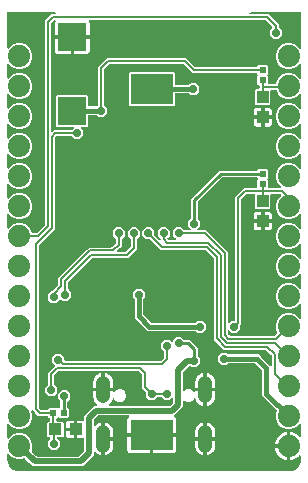
<source format=gbr>
G04 EAGLE Gerber RS-274X export*
G75*
%MOMM*%
%FSLAX34Y34*%
%LPD*%
%INBottom Copper*%
%IPPOS*%
%AMOC8*
5,1,8,0,0,1.08239X$1,22.5*%
G01*
%ADD10R,2.403600X2.368000*%
%ADD11C,1.158000*%
%ADD12R,3.600000X2.600000*%
%ADD13C,1.879600*%
%ADD14R,0.600000X0.540000*%
%ADD15R,1.000000X1.100000*%
%ADD16R,0.540000X0.600000*%
%ADD17R,1.100000X1.000000*%
%ADD18C,0.706400*%
%ADD19C,0.406400*%
%ADD20C,0.254000*%
%ADD21C,0.200000*%
%ADD22C,0.508000*%

G36*
X244322Y3416D02*
X244322Y3416D01*
X244373Y3416D01*
X246166Y3593D01*
X246201Y3602D01*
X246238Y3604D01*
X246379Y3646D01*
X249691Y5018D01*
X249753Y5057D01*
X249820Y5087D01*
X249877Y5134D01*
X249899Y5147D01*
X249909Y5160D01*
X249934Y5181D01*
X252469Y7716D01*
X252512Y7775D01*
X252562Y7828D01*
X252597Y7894D01*
X252611Y7914D01*
X252616Y7930D01*
X252632Y7959D01*
X254004Y11271D01*
X254012Y11306D01*
X254028Y11339D01*
X254057Y11484D01*
X254234Y13277D01*
X254232Y13299D01*
X254237Y13350D01*
X254237Y16345D01*
X254225Y16417D01*
X254223Y16490D01*
X254206Y16537D01*
X254198Y16585D01*
X254163Y16650D01*
X254137Y16719D01*
X254106Y16757D01*
X254083Y16800D01*
X254029Y16851D01*
X253982Y16908D01*
X253940Y16934D01*
X253905Y16967D01*
X253838Y16998D01*
X253775Y17037D01*
X253727Y17048D01*
X253682Y17068D01*
X253609Y17075D01*
X253538Y17092D01*
X253489Y17087D01*
X253439Y17092D01*
X253368Y17076D01*
X253295Y17068D01*
X253250Y17048D01*
X253202Y17037D01*
X253139Y16998D01*
X253072Y16968D01*
X253016Y16921D01*
X252994Y16908D01*
X252984Y16895D01*
X252958Y16874D01*
X251778Y15694D01*
X250257Y14589D01*
X248583Y13736D01*
X246796Y13155D01*
X245499Y12950D01*
X245499Y24050D01*
X245495Y24074D01*
X245498Y24098D01*
X245475Y24194D01*
X245459Y24291D01*
X245448Y24312D01*
X245442Y24336D01*
X245391Y24419D01*
X245344Y24506D01*
X245327Y24523D01*
X245314Y24543D01*
X245238Y24606D01*
X245166Y24673D01*
X245144Y24683D01*
X245125Y24698D01*
X245034Y24733D01*
X244944Y24773D01*
X244920Y24776D01*
X244897Y24785D01*
X244750Y24799D01*
X243999Y24799D01*
X243999Y24801D01*
X244750Y24801D01*
X244774Y24805D01*
X244798Y24802D01*
X244894Y24825D01*
X244991Y24841D01*
X245012Y24852D01*
X245036Y24858D01*
X245120Y24909D01*
X245206Y24956D01*
X245223Y24973D01*
X245243Y24986D01*
X245306Y25062D01*
X245373Y25134D01*
X245383Y25156D01*
X245398Y25175D01*
X245433Y25267D01*
X245474Y25356D01*
X245476Y25380D01*
X245485Y25403D01*
X245499Y25550D01*
X245499Y36650D01*
X246796Y36445D01*
X248583Y35864D01*
X250257Y35011D01*
X251778Y33906D01*
X252958Y32726D01*
X253018Y32683D01*
X253072Y32633D01*
X253116Y32612D01*
X253157Y32584D01*
X253227Y32562D01*
X253294Y32532D01*
X253343Y32527D01*
X253390Y32513D01*
X253463Y32515D01*
X253537Y32508D01*
X253585Y32519D01*
X253634Y32521D01*
X253703Y32546D01*
X253774Y32563D01*
X253816Y32589D01*
X253862Y32606D01*
X253919Y32653D01*
X253982Y32692D01*
X254013Y32730D01*
X254051Y32761D01*
X254090Y32823D01*
X254137Y32880D01*
X254154Y32926D01*
X254180Y32968D01*
X254197Y33040D01*
X254223Y33109D01*
X254230Y33182D01*
X254236Y33206D01*
X254234Y33222D01*
X254237Y33255D01*
X254237Y43181D01*
X254225Y43254D01*
X254223Y43327D01*
X254206Y43373D01*
X254198Y43422D01*
X254163Y43487D01*
X254137Y43556D01*
X254106Y43594D01*
X254083Y43637D01*
X254029Y43688D01*
X253982Y43744D01*
X253941Y43770D01*
X253905Y43804D01*
X253838Y43835D01*
X253775Y43873D01*
X253727Y43885D01*
X253682Y43905D01*
X253609Y43912D01*
X253538Y43929D01*
X253489Y43924D01*
X253439Y43929D01*
X253368Y43912D01*
X253295Y43905D01*
X253250Y43885D01*
X253202Y43874D01*
X253139Y43835D01*
X253072Y43805D01*
X253016Y43758D01*
X252994Y43745D01*
X252984Y43732D01*
X252958Y43711D01*
X250187Y40940D01*
X246173Y39277D01*
X241827Y39277D01*
X237813Y40940D01*
X234740Y44013D01*
X233077Y48027D01*
X233077Y52373D01*
X233975Y54541D01*
X234002Y54656D01*
X234031Y54778D01*
X234018Y54910D01*
X234007Y55021D01*
X233953Y55140D01*
X233906Y55243D01*
X233906Y55244D01*
X233813Y55357D01*
X221443Y67727D01*
X221443Y89216D01*
X221427Y89313D01*
X221418Y89410D01*
X221408Y89432D01*
X221404Y89457D01*
X221358Y89543D01*
X221317Y89632D01*
X221296Y89658D01*
X221289Y89672D01*
X221270Y89689D01*
X221224Y89746D01*
X215746Y95224D01*
X215667Y95281D01*
X215592Y95343D01*
X215568Y95351D01*
X215548Y95366D01*
X215455Y95394D01*
X215363Y95429D01*
X215330Y95432D01*
X215314Y95437D01*
X215289Y95436D01*
X215216Y95443D01*
X192905Y95443D01*
X192809Y95427D01*
X192712Y95418D01*
X192689Y95408D01*
X192664Y95404D01*
X192578Y95358D01*
X192489Y95317D01*
X192464Y95296D01*
X192449Y95289D01*
X192432Y95270D01*
X192375Y95224D01*
X191095Y93943D01*
X186905Y93943D01*
X183943Y96905D01*
X183943Y101095D01*
X186905Y104057D01*
X191095Y104057D01*
X192375Y102776D01*
X192455Y102719D01*
X192530Y102657D01*
X192553Y102649D01*
X192573Y102634D01*
X192667Y102606D01*
X192758Y102571D01*
X192791Y102568D01*
X192807Y102563D01*
X192832Y102564D01*
X192905Y102557D01*
X218473Y102557D01*
X220776Y100254D01*
X228196Y92834D01*
X228256Y92791D01*
X228310Y92741D01*
X228354Y92720D01*
X228395Y92692D01*
X228465Y92670D01*
X228532Y92640D01*
X228581Y92635D01*
X228628Y92621D01*
X228701Y92623D01*
X228775Y92616D01*
X228823Y92627D01*
X228872Y92629D01*
X228941Y92654D01*
X229012Y92671D01*
X229054Y92697D01*
X229100Y92714D01*
X229157Y92761D01*
X229220Y92800D01*
X229251Y92838D01*
X229289Y92869D01*
X229328Y92932D01*
X229375Y92988D01*
X229392Y93034D01*
X229418Y93076D01*
X229435Y93148D01*
X229461Y93217D01*
X229468Y93290D01*
X229474Y93314D01*
X229472Y93330D01*
X229475Y93364D01*
X229475Y101596D01*
X229473Y101608D01*
X229474Y101613D01*
X229469Y101632D01*
X229459Y101692D01*
X229450Y101789D01*
X229440Y101812D01*
X229436Y101837D01*
X229390Y101923D01*
X229349Y102011D01*
X229328Y102037D01*
X229321Y102052D01*
X229302Y102069D01*
X229256Y102126D01*
X225174Y106208D01*
X225094Y106265D01*
X225019Y106327D01*
X224996Y106335D01*
X224975Y106350D01*
X224882Y106378D01*
X224791Y106413D01*
X224758Y106416D01*
X224742Y106421D01*
X224717Y106420D01*
X224644Y106427D01*
X189035Y106427D01*
X180427Y115035D01*
X180427Y183724D01*
X180411Y183821D01*
X180402Y183918D01*
X180392Y183940D01*
X180388Y183965D01*
X180342Y184051D01*
X180301Y184140D01*
X180280Y184166D01*
X180273Y184180D01*
X180254Y184197D01*
X180208Y184254D01*
X173730Y190732D01*
X173651Y190789D01*
X173576Y190851D01*
X173552Y190859D01*
X173532Y190874D01*
X173438Y190902D01*
X173347Y190937D01*
X173314Y190940D01*
X173298Y190945D01*
X173273Y190944D01*
X173200Y190951D01*
X135478Y190951D01*
X126706Y199724D01*
X126626Y199781D01*
X126551Y199843D01*
X126528Y199851D01*
X126507Y199866D01*
X126414Y199894D01*
X126323Y199929D01*
X126290Y199932D01*
X126274Y199937D01*
X126249Y199936D01*
X126176Y199943D01*
X122905Y199943D01*
X119943Y202905D01*
X119943Y207095D01*
X122905Y210057D01*
X127095Y210057D01*
X130057Y207095D01*
X130057Y203824D01*
X130073Y203728D01*
X130082Y203631D01*
X130092Y203608D01*
X130096Y203583D01*
X130142Y203497D01*
X130183Y203409D01*
X130204Y203383D01*
X130211Y203368D01*
X130230Y203351D01*
X130276Y203294D01*
X134196Y199374D01*
X134256Y199331D01*
X134310Y199281D01*
X134354Y199261D01*
X134395Y199232D01*
X134465Y199211D01*
X134532Y199180D01*
X134581Y199176D01*
X134628Y199161D01*
X134701Y199164D01*
X134775Y199156D01*
X134823Y199168D01*
X134872Y199169D01*
X134941Y199195D01*
X135012Y199212D01*
X135054Y199238D01*
X135100Y199255D01*
X135157Y199302D01*
X135220Y199340D01*
X135251Y199378D01*
X135289Y199410D01*
X135328Y199472D01*
X135375Y199529D01*
X135392Y199575D01*
X135418Y199617D01*
X135435Y199688D01*
X135461Y199757D01*
X135468Y199830D01*
X135474Y199854D01*
X135472Y199871D01*
X135475Y199904D01*
X135475Y200063D01*
X135459Y200159D01*
X135450Y200256D01*
X135440Y200279D01*
X135436Y200304D01*
X135390Y200390D01*
X135349Y200479D01*
X135328Y200504D01*
X135321Y200519D01*
X135302Y200536D01*
X135256Y200593D01*
X132943Y202905D01*
X132943Y207095D01*
X135905Y210057D01*
X140095Y210057D01*
X143057Y207095D01*
X143057Y202905D01*
X141391Y201239D01*
X141376Y201220D01*
X141357Y201204D01*
X141306Y201121D01*
X141249Y201041D01*
X141241Y201018D01*
X141228Y200997D01*
X141206Y200901D01*
X141178Y200808D01*
X141178Y200783D01*
X141173Y200759D01*
X141182Y200662D01*
X141186Y200564D01*
X141194Y200541D01*
X141197Y200516D01*
X141237Y200427D01*
X141271Y200335D01*
X141287Y200316D01*
X141297Y200294D01*
X141391Y200180D01*
X141826Y199744D01*
X141906Y199687D01*
X141981Y199625D01*
X142004Y199617D01*
X142025Y199602D01*
X142118Y199574D01*
X142209Y199539D01*
X142242Y199536D01*
X142258Y199531D01*
X142283Y199532D01*
X142356Y199525D01*
X147515Y199525D01*
X147588Y199537D01*
X147661Y199539D01*
X147707Y199556D01*
X147756Y199564D01*
X147821Y199599D01*
X147889Y199625D01*
X147928Y199656D01*
X147971Y199679D01*
X148021Y199733D01*
X148078Y199780D01*
X148104Y199822D01*
X148138Y199857D01*
X148168Y199924D01*
X148207Y199987D01*
X148218Y200035D01*
X148239Y200080D01*
X148246Y200153D01*
X148263Y200224D01*
X148258Y200273D01*
X148263Y200323D01*
X148246Y200394D01*
X148239Y200467D01*
X148219Y200512D01*
X148208Y200560D01*
X148169Y200623D01*
X148139Y200690D01*
X148092Y200746D01*
X148079Y200768D01*
X148066Y200778D01*
X148045Y200804D01*
X145943Y202905D01*
X145943Y207095D01*
X148905Y210057D01*
X153095Y210057D01*
X155407Y207744D01*
X155487Y207687D01*
X155562Y207625D01*
X155585Y207617D01*
X155605Y207602D01*
X155699Y207574D01*
X155790Y207539D01*
X155823Y207536D01*
X155839Y207531D01*
X155864Y207532D01*
X155937Y207525D01*
X160515Y207525D01*
X160588Y207537D01*
X160661Y207539D01*
X160707Y207556D01*
X160756Y207564D01*
X160821Y207599D01*
X160889Y207625D01*
X160928Y207656D01*
X160971Y207679D01*
X161021Y207733D01*
X161078Y207780D01*
X161104Y207822D01*
X161138Y207857D01*
X161168Y207924D01*
X161207Y207987D01*
X161218Y208035D01*
X161239Y208080D01*
X161246Y208153D01*
X161263Y208224D01*
X161258Y208273D01*
X161263Y208323D01*
X161246Y208394D01*
X161239Y208467D01*
X161219Y208512D01*
X161208Y208560D01*
X161169Y208623D01*
X161139Y208690D01*
X161092Y208746D01*
X161079Y208768D01*
X161066Y208778D01*
X161045Y208804D01*
X158943Y210905D01*
X158943Y215095D01*
X160986Y217137D01*
X161043Y217217D01*
X161105Y217292D01*
X161113Y217315D01*
X161128Y217335D01*
X161156Y217429D01*
X161191Y217520D01*
X161194Y217553D01*
X161199Y217569D01*
X161198Y217594D01*
X161205Y217667D01*
X161205Y234158D01*
X185162Y258115D01*
X216726Y258115D01*
X216750Y258119D01*
X216775Y258116D01*
X216870Y258138D01*
X216967Y258154D01*
X216988Y258166D01*
X217012Y258172D01*
X217096Y258223D01*
X217182Y258269D01*
X217199Y258287D01*
X217220Y258300D01*
X217282Y258376D01*
X217349Y258447D01*
X217359Y258470D01*
X217375Y258489D01*
X217409Y258580D01*
X217413Y258590D01*
X218368Y259545D01*
X225632Y259545D01*
X226525Y258652D01*
X226525Y251988D01*
X226066Y251530D01*
X226052Y251510D01*
X226033Y251494D01*
X225981Y251411D01*
X225924Y251331D01*
X225917Y251308D01*
X225904Y251287D01*
X225882Y251192D01*
X225853Y251098D01*
X225854Y251074D01*
X225848Y251050D01*
X225858Y250952D01*
X225861Y250854D01*
X225870Y250831D01*
X225872Y250807D01*
X225912Y250717D01*
X225947Y250626D01*
X225962Y250607D01*
X225972Y250584D01*
X226066Y250470D01*
X226525Y250012D01*
X226525Y244274D01*
X226529Y244250D01*
X226526Y244225D01*
X226548Y244130D01*
X226564Y244033D01*
X226576Y244012D01*
X226582Y243988D01*
X226633Y243904D01*
X226679Y243818D01*
X226697Y243801D01*
X226710Y243780D01*
X226786Y243718D01*
X226857Y243651D01*
X226880Y243641D01*
X226899Y243625D01*
X226990Y243591D01*
X227080Y243550D01*
X227104Y243548D01*
X227127Y243539D01*
X227274Y243525D01*
X236619Y243525D01*
X236692Y243537D01*
X236765Y243539D01*
X236811Y243556D01*
X236860Y243564D01*
X236925Y243599D01*
X236994Y243625D01*
X237032Y243656D01*
X237075Y243679D01*
X237126Y243733D01*
X237182Y243780D01*
X237208Y243822D01*
X237242Y243857D01*
X237273Y243924D01*
X237311Y243987D01*
X237323Y244035D01*
X237343Y244080D01*
X237350Y244153D01*
X237367Y244224D01*
X237362Y244273D01*
X237367Y244323D01*
X237350Y244394D01*
X237343Y244467D01*
X237323Y244512D01*
X237312Y244560D01*
X237273Y244623D01*
X237243Y244690D01*
X237196Y244746D01*
X237183Y244768D01*
X237170Y244778D01*
X237149Y244804D01*
X234740Y247213D01*
X233077Y251227D01*
X233077Y255573D01*
X234740Y259587D01*
X237813Y262660D01*
X241827Y264323D01*
X246173Y264323D01*
X250187Y262660D01*
X252958Y259889D01*
X253018Y259846D01*
X253072Y259796D01*
X253116Y259775D01*
X253157Y259747D01*
X253227Y259725D01*
X253294Y259695D01*
X253343Y259690D01*
X253390Y259676D01*
X253463Y259678D01*
X253537Y259671D01*
X253585Y259682D01*
X253634Y259684D01*
X253703Y259710D01*
X253774Y259726D01*
X253816Y259752D01*
X253862Y259770D01*
X253919Y259816D01*
X253982Y259855D01*
X254013Y259893D01*
X254051Y259924D01*
X254090Y259987D01*
X254137Y260043D01*
X254154Y260089D01*
X254180Y260131D01*
X254197Y260203D01*
X254223Y260272D01*
X254230Y260345D01*
X254236Y260369D01*
X254234Y260386D01*
X254237Y260419D01*
X254237Y271781D01*
X254225Y271854D01*
X254223Y271927D01*
X254206Y271973D01*
X254198Y272022D01*
X254163Y272087D01*
X254137Y272156D01*
X254106Y272194D01*
X254083Y272237D01*
X254029Y272288D01*
X253982Y272344D01*
X253941Y272370D01*
X253905Y272404D01*
X253838Y272435D01*
X253775Y272473D01*
X253727Y272485D01*
X253682Y272505D01*
X253609Y272512D01*
X253538Y272529D01*
X253489Y272524D01*
X253439Y272529D01*
X253368Y272512D01*
X253295Y272505D01*
X253250Y272485D01*
X253202Y272474D01*
X253139Y272435D01*
X253072Y272405D01*
X253016Y272358D01*
X252994Y272345D01*
X252984Y272332D01*
X252958Y272311D01*
X250187Y269540D01*
X246173Y267877D01*
X241827Y267877D01*
X237813Y269540D01*
X234740Y272613D01*
X233077Y276627D01*
X233077Y280973D01*
X234740Y284987D01*
X237813Y288060D01*
X241827Y289723D01*
X246173Y289723D01*
X250187Y288060D01*
X252958Y285289D01*
X253018Y285246D01*
X253072Y285196D01*
X253116Y285175D01*
X253157Y285147D01*
X253227Y285125D01*
X253294Y285095D01*
X253343Y285090D01*
X253390Y285076D01*
X253463Y285078D01*
X253537Y285071D01*
X253585Y285082D01*
X253634Y285084D01*
X253703Y285110D01*
X253774Y285126D01*
X253816Y285152D01*
X253862Y285170D01*
X253919Y285216D01*
X253982Y285255D01*
X254013Y285293D01*
X254051Y285324D01*
X254090Y285387D01*
X254137Y285443D01*
X254154Y285489D01*
X254180Y285531D01*
X254197Y285603D01*
X254223Y285672D01*
X254230Y285745D01*
X254236Y285769D01*
X254234Y285786D01*
X254237Y285819D01*
X254237Y297181D01*
X254225Y297254D01*
X254223Y297327D01*
X254206Y297373D01*
X254198Y297422D01*
X254163Y297487D01*
X254137Y297556D01*
X254106Y297594D01*
X254083Y297637D01*
X254029Y297688D01*
X253982Y297744D01*
X253941Y297770D01*
X253905Y297804D01*
X253838Y297835D01*
X253775Y297873D01*
X253727Y297885D01*
X253682Y297905D01*
X253609Y297912D01*
X253538Y297929D01*
X253489Y297924D01*
X253439Y297929D01*
X253368Y297912D01*
X253295Y297905D01*
X253250Y297885D01*
X253202Y297874D01*
X253139Y297835D01*
X253072Y297805D01*
X253016Y297758D01*
X252994Y297745D01*
X252984Y297732D01*
X252958Y297711D01*
X250187Y294940D01*
X246173Y293277D01*
X241827Y293277D01*
X237813Y294940D01*
X234740Y298013D01*
X233077Y302027D01*
X233077Y306373D01*
X234740Y310387D01*
X237813Y313460D01*
X241827Y315123D01*
X246173Y315123D01*
X250187Y313460D01*
X252958Y310689D01*
X253018Y310646D01*
X253072Y310596D01*
X253116Y310575D01*
X253157Y310547D01*
X253227Y310525D01*
X253294Y310495D01*
X253343Y310490D01*
X253390Y310476D01*
X253463Y310478D01*
X253537Y310471D01*
X253585Y310482D01*
X253634Y310484D01*
X253703Y310510D01*
X253774Y310526D01*
X253816Y310552D01*
X253862Y310570D01*
X253919Y310616D01*
X253982Y310655D01*
X254013Y310693D01*
X254051Y310724D01*
X254090Y310787D01*
X254137Y310843D01*
X254154Y310889D01*
X254180Y310931D01*
X254197Y311003D01*
X254223Y311072D01*
X254230Y311145D01*
X254236Y311169D01*
X254234Y311186D01*
X254237Y311219D01*
X254237Y322581D01*
X254225Y322654D01*
X254223Y322727D01*
X254206Y322773D01*
X254198Y322822D01*
X254163Y322887D01*
X254137Y322956D01*
X254106Y322994D01*
X254083Y323037D01*
X254029Y323088D01*
X253982Y323144D01*
X253941Y323170D01*
X253905Y323204D01*
X253838Y323235D01*
X253775Y323273D01*
X253727Y323285D01*
X253682Y323305D01*
X253609Y323312D01*
X253538Y323329D01*
X253489Y323324D01*
X253439Y323329D01*
X253368Y323312D01*
X253295Y323305D01*
X253250Y323285D01*
X253202Y323274D01*
X253139Y323235D01*
X253072Y323205D01*
X253016Y323158D01*
X252994Y323145D01*
X252984Y323132D01*
X252958Y323111D01*
X250187Y320340D01*
X246173Y318677D01*
X241827Y318677D01*
X237813Y320340D01*
X234740Y323413D01*
X233663Y326013D01*
X233608Y326101D01*
X233535Y326220D01*
X233534Y326220D01*
X233449Y326290D01*
X233346Y326375D01*
X233213Y326425D01*
X233118Y326461D01*
X233117Y326461D01*
X233116Y326461D01*
X232971Y326475D01*
X229274Y326475D01*
X229250Y326471D01*
X229225Y326474D01*
X229130Y326452D01*
X229033Y326436D01*
X229012Y326424D01*
X228988Y326418D01*
X228904Y326367D01*
X228818Y326321D01*
X228801Y326303D01*
X228780Y326290D01*
X228718Y326214D01*
X228651Y326143D01*
X228641Y326120D01*
X228625Y326101D01*
X228591Y326010D01*
X228550Y325920D01*
X228548Y325896D01*
X228539Y325873D01*
X228525Y325726D01*
X228525Y314368D01*
X227632Y313475D01*
X216368Y313475D01*
X215475Y314368D01*
X215475Y326632D01*
X216368Y327525D01*
X218726Y327525D01*
X218750Y327529D01*
X218775Y327526D01*
X218870Y327548D01*
X218967Y327564D01*
X218988Y327576D01*
X219012Y327582D01*
X219096Y327633D01*
X219182Y327679D01*
X219199Y327697D01*
X219220Y327710D01*
X219282Y327786D01*
X219349Y327857D01*
X219359Y327880D01*
X219375Y327899D01*
X219409Y327990D01*
X219450Y328080D01*
X219452Y328104D01*
X219461Y328127D01*
X219475Y328274D01*
X219475Y329706D01*
X219471Y329730D01*
X219474Y329755D01*
X219452Y329850D01*
X219436Y329947D01*
X219424Y329968D01*
X219418Y329992D01*
X219367Y330076D01*
X219321Y330162D01*
X219303Y330179D01*
X219290Y330200D01*
X219214Y330262D01*
X219143Y330329D01*
X219120Y330339D01*
X219101Y330355D01*
X219010Y330389D01*
X218920Y330430D01*
X218896Y330432D01*
X218873Y330441D01*
X218726Y330455D01*
X218368Y330455D01*
X217475Y331348D01*
X217475Y338012D01*
X217934Y338470D01*
X217948Y338490D01*
X217967Y338506D01*
X218019Y338589D01*
X218076Y338669D01*
X218083Y338692D01*
X218096Y338713D01*
X218118Y338808D01*
X218147Y338902D01*
X218146Y338927D01*
X218152Y338950D01*
X218142Y339048D01*
X218139Y339146D01*
X218130Y339169D01*
X218128Y339193D01*
X218088Y339283D01*
X218053Y339374D01*
X218038Y339393D01*
X218028Y339416D01*
X217934Y339530D01*
X217475Y339988D01*
X217475Y340046D01*
X217471Y340070D01*
X217474Y340095D01*
X217452Y340190D01*
X217436Y340287D01*
X217424Y340308D01*
X217418Y340332D01*
X217367Y340416D01*
X217321Y340502D01*
X217303Y340519D01*
X217290Y340540D01*
X217214Y340602D01*
X217143Y340669D01*
X217120Y340679D01*
X217101Y340695D01*
X217010Y340729D01*
X216920Y340770D01*
X216896Y340772D01*
X216873Y340781D01*
X216726Y340795D01*
X162634Y340795D01*
X155174Y348256D01*
X155094Y348313D01*
X155019Y348375D01*
X154996Y348383D01*
X154975Y348398D01*
X154882Y348426D01*
X154791Y348461D01*
X154758Y348464D01*
X154742Y348469D01*
X154717Y348468D01*
X154644Y348475D01*
X92356Y348475D01*
X92260Y348459D01*
X92163Y348450D01*
X92140Y348440D01*
X92115Y348436D01*
X92029Y348390D01*
X91941Y348349D01*
X91915Y348328D01*
X91900Y348321D01*
X91883Y348302D01*
X91826Y348256D01*
X87744Y344174D01*
X87687Y344094D01*
X87625Y344019D01*
X87617Y343996D01*
X87602Y343975D01*
X87574Y343882D01*
X87539Y343791D01*
X87536Y343758D01*
X87531Y343742D01*
X87532Y343717D01*
X87525Y343644D01*
X87525Y313937D01*
X87541Y313841D01*
X87550Y313744D01*
X87560Y313721D01*
X87564Y313696D01*
X87610Y313610D01*
X87651Y313521D01*
X87672Y313496D01*
X87679Y313481D01*
X87698Y313464D01*
X87744Y313407D01*
X90057Y311095D01*
X90057Y306905D01*
X87095Y303943D01*
X82905Y303943D01*
X81625Y305224D01*
X81545Y305281D01*
X81470Y305343D01*
X81447Y305351D01*
X81427Y305366D01*
X81333Y305394D01*
X81242Y305429D01*
X81209Y305432D01*
X81193Y305437D01*
X81168Y305436D01*
X81095Y305443D01*
X75080Y305443D01*
X75056Y305439D01*
X75031Y305442D01*
X74936Y305420D01*
X74839Y305404D01*
X74818Y305392D01*
X74794Y305386D01*
X74710Y305335D01*
X74624Y305289D01*
X74607Y305271D01*
X74586Y305258D01*
X74524Y305182D01*
X74457Y305111D01*
X74447Y305088D01*
X74431Y305069D01*
X74397Y304978D01*
X74356Y304888D01*
X74354Y304864D01*
X74345Y304841D01*
X74331Y304694D01*
X74331Y296316D01*
X73438Y295423D01*
X68537Y295423D01*
X68464Y295411D01*
X68391Y295409D01*
X68345Y295392D01*
X68296Y295384D01*
X68231Y295349D01*
X68163Y295323D01*
X68124Y295292D01*
X68081Y295269D01*
X68031Y295215D01*
X67974Y295168D01*
X67948Y295126D01*
X67914Y295091D01*
X67884Y295024D01*
X67845Y294961D01*
X67834Y294913D01*
X67813Y294868D01*
X67806Y294795D01*
X67789Y294724D01*
X67794Y294675D01*
X67789Y294625D01*
X67806Y294554D01*
X67813Y294481D01*
X67833Y294436D01*
X67844Y294388D01*
X67883Y294325D01*
X67913Y294258D01*
X67960Y294202D01*
X67973Y294180D01*
X67986Y294170D01*
X68007Y294144D01*
X70057Y292095D01*
X70057Y287905D01*
X67095Y284943D01*
X62905Y284943D01*
X60593Y287256D01*
X60513Y287313D01*
X60438Y287375D01*
X60415Y287383D01*
X60395Y287398D01*
X60301Y287426D01*
X60210Y287461D01*
X60177Y287464D01*
X60161Y287469D01*
X60136Y287468D01*
X60063Y287475D01*
X47880Y287475D01*
X47784Y287459D01*
X47687Y287450D01*
X47664Y287440D01*
X47639Y287436D01*
X47553Y287390D01*
X47465Y287349D01*
X47439Y287328D01*
X47424Y287321D01*
X47407Y287302D01*
X47350Y287256D01*
X46268Y286174D01*
X46211Y286094D01*
X46149Y286019D01*
X46141Y285996D01*
X46126Y285975D01*
X46098Y285882D01*
X46063Y285791D01*
X46060Y285758D01*
X46055Y285742D01*
X46056Y285717D01*
X46049Y285644D01*
X46049Y208494D01*
X32744Y195190D01*
X32687Y195111D01*
X32625Y195035D01*
X32617Y195012D01*
X32602Y194992D01*
X32574Y194898D01*
X32539Y194807D01*
X32536Y194774D01*
X32531Y194758D01*
X32532Y194733D01*
X32525Y194660D01*
X32525Y57356D01*
X32529Y57333D01*
X32526Y57310D01*
X32543Y57240D01*
X32550Y57163D01*
X32560Y57140D01*
X32564Y57115D01*
X32577Y57092D01*
X32582Y57073D01*
X32616Y57017D01*
X32651Y56941D01*
X32672Y56915D01*
X32679Y56900D01*
X32698Y56883D01*
X32704Y56876D01*
X32710Y56865D01*
X32717Y56860D01*
X32744Y56826D01*
X33826Y55744D01*
X33906Y55687D01*
X33981Y55625D01*
X34004Y55617D01*
X34025Y55602D01*
X34118Y55574D01*
X34209Y55539D01*
X34242Y55536D01*
X34258Y55531D01*
X34283Y55532D01*
X34356Y55525D01*
X39706Y55525D01*
X39730Y55529D01*
X39755Y55526D01*
X39850Y55548D01*
X39947Y55564D01*
X39968Y55576D01*
X39992Y55582D01*
X40076Y55633D01*
X40162Y55679D01*
X40179Y55697D01*
X40200Y55710D01*
X40262Y55786D01*
X40329Y55857D01*
X40339Y55880D01*
X40355Y55899D01*
X40389Y55990D01*
X40430Y56080D01*
X40432Y56104D01*
X40441Y56127D01*
X40455Y56274D01*
X40455Y56632D01*
X41348Y57525D01*
X48012Y57525D01*
X48470Y57066D01*
X48490Y57052D01*
X48506Y57033D01*
X48589Y56981D01*
X48669Y56924D01*
X48692Y56917D01*
X48713Y56904D01*
X48808Y56882D01*
X48902Y56853D01*
X48927Y56854D01*
X48950Y56848D01*
X49048Y56858D01*
X49146Y56861D01*
X49169Y56870D01*
X49193Y56872D01*
X49283Y56912D01*
X49374Y56947D01*
X49393Y56962D01*
X49416Y56972D01*
X49530Y57066D01*
X50040Y57576D01*
X50062Y57582D01*
X50146Y57633D01*
X50232Y57679D01*
X50249Y57697D01*
X50270Y57710D01*
X50332Y57786D01*
X50399Y57857D01*
X50409Y57880D01*
X50425Y57899D01*
X50459Y57990D01*
X50500Y58080D01*
X50502Y58104D01*
X50511Y58127D01*
X50525Y58274D01*
X50525Y63013D01*
X50509Y63109D01*
X50500Y63206D01*
X50490Y63229D01*
X50486Y63254D01*
X50440Y63340D01*
X50399Y63429D01*
X50378Y63454D01*
X50371Y63469D01*
X50352Y63486D01*
X50306Y63543D01*
X48943Y64905D01*
X48943Y68983D01*
X48931Y69056D01*
X48929Y69129D01*
X48912Y69175D01*
X48904Y69224D01*
X48877Y69274D01*
X48926Y69286D01*
X48999Y69293D01*
X49044Y69313D01*
X49092Y69324D01*
X49155Y69363D01*
X49222Y69393D01*
X49278Y69440D01*
X49300Y69453D01*
X49310Y69466D01*
X49336Y69487D01*
X51905Y72057D01*
X56095Y72057D01*
X59057Y69095D01*
X59057Y64905D01*
X56334Y62183D01*
X56277Y62103D01*
X56215Y62028D01*
X56207Y62005D01*
X56192Y61985D01*
X56164Y61891D01*
X56129Y61800D01*
X56126Y61767D01*
X56121Y61751D01*
X56122Y61726D01*
X56115Y61653D01*
X56115Y58274D01*
X56119Y58250D01*
X56116Y58225D01*
X56138Y58130D01*
X56154Y58033D01*
X56166Y58012D01*
X56172Y57988D01*
X56223Y57904D01*
X56269Y57818D01*
X56287Y57801D01*
X56300Y57780D01*
X56376Y57718D01*
X56447Y57651D01*
X56470Y57641D01*
X56489Y57625D01*
X56580Y57591D01*
X56590Y57587D01*
X57545Y56632D01*
X57545Y49368D01*
X56652Y48475D01*
X49988Y48475D01*
X49530Y48934D01*
X49510Y48948D01*
X49494Y48967D01*
X49411Y49019D01*
X49331Y49076D01*
X49308Y49083D01*
X49287Y49096D01*
X49192Y49118D01*
X49098Y49147D01*
X49074Y49146D01*
X49050Y49152D01*
X48952Y49142D01*
X48854Y49139D01*
X48831Y49130D01*
X48807Y49128D01*
X48717Y49088D01*
X48626Y49053D01*
X48607Y49038D01*
X48584Y49028D01*
X48470Y48934D01*
X48012Y48475D01*
X47954Y48475D01*
X47930Y48471D01*
X47905Y48474D01*
X47810Y48452D01*
X47713Y48436D01*
X47692Y48424D01*
X47668Y48418D01*
X47584Y48367D01*
X47498Y48321D01*
X47481Y48303D01*
X47460Y48290D01*
X47398Y48214D01*
X47331Y48143D01*
X47321Y48120D01*
X47305Y48101D01*
X47271Y48010D01*
X47230Y47920D01*
X47228Y47896D01*
X47219Y47873D01*
X47205Y47726D01*
X47205Y46274D01*
X47209Y46250D01*
X47206Y46225D01*
X47228Y46130D01*
X47244Y46033D01*
X47256Y46012D01*
X47262Y45988D01*
X47313Y45904D01*
X47359Y45818D01*
X47377Y45801D01*
X47390Y45780D01*
X47466Y45718D01*
X47537Y45651D01*
X47560Y45641D01*
X47579Y45625D01*
X47670Y45591D01*
X47760Y45550D01*
X47784Y45548D01*
X47807Y45539D01*
X47954Y45525D01*
X52632Y45525D01*
X53525Y44632D01*
X53525Y33368D01*
X52632Y32475D01*
X48485Y32475D01*
X48412Y32463D01*
X48339Y32461D01*
X48293Y32444D01*
X48244Y32436D01*
X48179Y32401D01*
X48111Y32375D01*
X48072Y32344D01*
X48029Y32321D01*
X47979Y32267D01*
X47922Y32220D01*
X47896Y32178D01*
X47862Y32143D01*
X47832Y32076D01*
X47793Y32013D01*
X47782Y31965D01*
X47761Y31920D01*
X47754Y31847D01*
X47737Y31776D01*
X47742Y31727D01*
X47737Y31677D01*
X47754Y31606D01*
X47761Y31533D01*
X47781Y31488D01*
X47792Y31440D01*
X47831Y31377D01*
X47861Y31310D01*
X47908Y31254D01*
X47921Y31232D01*
X47934Y31222D01*
X47955Y31196D01*
X50057Y29095D01*
X50057Y24905D01*
X47095Y21943D01*
X42905Y21943D01*
X39943Y24905D01*
X39943Y29095D01*
X42045Y31196D01*
X42088Y31256D01*
X42138Y31310D01*
X42158Y31354D01*
X42187Y31395D01*
X42208Y31465D01*
X42239Y31532D01*
X42244Y31581D01*
X42258Y31628D01*
X42256Y31701D01*
X42263Y31775D01*
X42252Y31823D01*
X42250Y31872D01*
X42224Y31941D01*
X42208Y32012D01*
X42182Y32054D01*
X42164Y32100D01*
X42118Y32157D01*
X42079Y32220D01*
X42041Y32251D01*
X42010Y32289D01*
X41947Y32328D01*
X41890Y32375D01*
X41844Y32392D01*
X41802Y32418D01*
X41731Y32435D01*
X41662Y32461D01*
X41589Y32468D01*
X41565Y32474D01*
X41548Y32472D01*
X41515Y32475D01*
X40368Y32475D01*
X39475Y33368D01*
X39475Y44632D01*
X40368Y45525D01*
X41406Y45525D01*
X41430Y45529D01*
X41455Y45526D01*
X41550Y45548D01*
X41647Y45564D01*
X41668Y45576D01*
X41692Y45582D01*
X41776Y45633D01*
X41862Y45679D01*
X41879Y45697D01*
X41900Y45710D01*
X41962Y45786D01*
X42029Y45857D01*
X42039Y45880D01*
X42055Y45899D01*
X42089Y45990D01*
X42130Y46080D01*
X42132Y46104D01*
X42141Y46127D01*
X42155Y46274D01*
X42155Y47726D01*
X42151Y47750D01*
X42154Y47775D01*
X42132Y47870D01*
X42116Y47967D01*
X42104Y47988D01*
X42098Y48012D01*
X42047Y48096D01*
X42001Y48182D01*
X41983Y48199D01*
X41970Y48220D01*
X41894Y48282D01*
X41823Y48349D01*
X41800Y48359D01*
X41781Y48375D01*
X41690Y48409D01*
X41600Y48450D01*
X41576Y48452D01*
X41553Y48461D01*
X41406Y48475D01*
X41348Y48475D01*
X40455Y49368D01*
X40455Y49726D01*
X40451Y49750D01*
X40454Y49775D01*
X40432Y49870D01*
X40416Y49967D01*
X40404Y49988D01*
X40398Y50012D01*
X40347Y50096D01*
X40301Y50182D01*
X40283Y50199D01*
X40270Y50220D01*
X40194Y50282D01*
X40123Y50349D01*
X40100Y50359D01*
X40081Y50375D01*
X39990Y50409D01*
X39900Y50450D01*
X39876Y50452D01*
X39853Y50461D01*
X39706Y50475D01*
X31954Y50475D01*
X29174Y53256D01*
X27370Y55059D01*
X27291Y55116D01*
X27215Y55178D01*
X27192Y55187D01*
X27172Y55202D01*
X27078Y55230D01*
X26987Y55264D01*
X26962Y55265D01*
X26938Y55272D01*
X26841Y55269D01*
X26743Y55273D01*
X26719Y55265D01*
X26694Y55265D01*
X26603Y55230D01*
X26509Y55202D01*
X26489Y55187D01*
X26466Y55179D01*
X26390Y55117D01*
X26311Y55060D01*
X26296Y55040D01*
X26277Y55024D01*
X26226Y54941D01*
X26169Y54862D01*
X26161Y54838D01*
X26148Y54817D01*
X26126Y54722D01*
X26098Y54628D01*
X26098Y54603D01*
X26093Y54579D01*
X26102Y54482D01*
X26105Y54384D01*
X26115Y54353D01*
X26116Y54336D01*
X26127Y54314D01*
X26148Y54243D01*
X26923Y52373D01*
X26923Y48027D01*
X25260Y44013D01*
X22187Y40940D01*
X18173Y39277D01*
X13827Y39277D01*
X9813Y40940D01*
X7042Y43711D01*
X6982Y43754D01*
X6928Y43804D01*
X6884Y43825D01*
X6843Y43853D01*
X6773Y43875D01*
X6706Y43905D01*
X6657Y43910D01*
X6610Y43924D01*
X6537Y43922D01*
X6463Y43929D01*
X6415Y43918D01*
X6366Y43916D01*
X6297Y43890D01*
X6226Y43874D01*
X6184Y43848D01*
X6138Y43830D01*
X6081Y43784D01*
X6018Y43745D01*
X5987Y43707D01*
X5949Y43676D01*
X5910Y43613D01*
X5863Y43557D01*
X5846Y43511D01*
X5820Y43469D01*
X5803Y43397D01*
X5777Y43328D01*
X5770Y43255D01*
X5764Y43231D01*
X5766Y43214D01*
X5763Y43181D01*
X5763Y31819D01*
X5775Y31746D01*
X5777Y31673D01*
X5794Y31627D01*
X5802Y31578D01*
X5837Y31513D01*
X5863Y31444D01*
X5894Y31406D01*
X5917Y31363D01*
X5971Y31312D01*
X6018Y31256D01*
X6059Y31230D01*
X6095Y31196D01*
X6162Y31165D01*
X6225Y31127D01*
X6273Y31115D01*
X6318Y31095D01*
X6391Y31088D01*
X6462Y31071D01*
X6511Y31076D01*
X6561Y31071D01*
X6632Y31088D01*
X6705Y31095D01*
X6750Y31115D01*
X6798Y31126D01*
X6861Y31165D01*
X6928Y31195D01*
X6984Y31242D01*
X7006Y31255D01*
X7016Y31268D01*
X7042Y31289D01*
X9813Y34060D01*
X13827Y35723D01*
X18173Y35723D01*
X22187Y34060D01*
X25260Y30987D01*
X26923Y26973D01*
X26923Y22627D01*
X26235Y20967D01*
X26202Y20826D01*
X26180Y20730D01*
X26193Y20597D01*
X26203Y20487D01*
X26204Y20487D01*
X26261Y20359D01*
X26304Y20265D01*
X26305Y20264D01*
X26398Y20151D01*
X30264Y16284D01*
X30344Y16227D01*
X30419Y16165D01*
X30442Y16157D01*
X30463Y16142D01*
X30556Y16114D01*
X30647Y16079D01*
X30680Y16076D01*
X30696Y16071D01*
X30721Y16072D01*
X30794Y16065D01*
X66006Y16065D01*
X66102Y16081D01*
X66199Y16090D01*
X66222Y16100D01*
X66247Y16104D01*
X66333Y16150D01*
X66422Y16191D01*
X66447Y16212D01*
X66462Y16219D01*
X66479Y16238D01*
X66536Y16284D01*
X70780Y20528D01*
X70837Y20608D01*
X70899Y20683D01*
X70907Y20706D01*
X70922Y20727D01*
X70950Y20820D01*
X70985Y20911D01*
X70988Y20944D01*
X70993Y20960D01*
X70992Y20985D01*
X70999Y21058D01*
X70999Y30929D01*
X70982Y31034D01*
X70960Y31169D01*
X70960Y31170D01*
X70913Y31257D01*
X70845Y31385D01*
X70775Y31450D01*
X70667Y31552D01*
X70549Y31605D01*
X70445Y31652D01*
X70444Y31652D01*
X70444Y31653D01*
X70287Y31668D01*
X70202Y31677D01*
X70201Y31677D01*
X70201Y31676D01*
X70056Y31653D01*
X69334Y31459D01*
X64999Y31459D01*
X64999Y38250D01*
X64995Y38274D01*
X64998Y38298D01*
X64975Y38394D01*
X64959Y38491D01*
X64948Y38512D01*
X64942Y38536D01*
X64891Y38619D01*
X64844Y38706D01*
X64827Y38723D01*
X64814Y38743D01*
X64738Y38806D01*
X64666Y38873D01*
X64644Y38883D01*
X64625Y38898D01*
X64534Y38933D01*
X64444Y38974D01*
X64420Y38976D01*
X64397Y38985D01*
X64250Y38999D01*
X63499Y38999D01*
X63499Y39001D01*
X64250Y39001D01*
X64274Y39005D01*
X64298Y39002D01*
X64394Y39025D01*
X64491Y39041D01*
X64512Y39052D01*
X64536Y39058D01*
X64619Y39109D01*
X64706Y39156D01*
X64723Y39173D01*
X64743Y39186D01*
X64806Y39262D01*
X64873Y39334D01*
X64883Y39356D01*
X64898Y39375D01*
X64933Y39466D01*
X64974Y39556D01*
X64976Y39580D01*
X64985Y39603D01*
X64999Y39750D01*
X64999Y46541D01*
X69334Y46541D01*
X70056Y46347D01*
X70172Y46336D01*
X70299Y46323D01*
X70386Y46344D01*
X70536Y46379D01*
X70537Y46379D01*
X70581Y46406D01*
X70744Y46507D01*
X70744Y46508D01*
X70792Y46566D01*
X70899Y46696D01*
X70946Y46821D01*
X70985Y46924D01*
X70985Y46925D01*
X70999Y47071D01*
X70999Y50748D01*
X79316Y59065D01*
X81226Y59065D01*
X81250Y59069D01*
X81275Y59066D01*
X81370Y59088D01*
X81467Y59104D01*
X81489Y59116D01*
X81513Y59122D01*
X81596Y59173D01*
X81682Y59219D01*
X81699Y59237D01*
X81720Y59250D01*
X81782Y59326D01*
X81849Y59397D01*
X81859Y59420D01*
X81875Y59439D01*
X81909Y59531D01*
X81950Y59620D01*
X81952Y59644D01*
X81961Y59667D01*
X81964Y59765D01*
X81974Y59863D01*
X81968Y59887D01*
X81969Y59911D01*
X81941Y60005D01*
X81919Y60100D01*
X81905Y60121D01*
X81898Y60145D01*
X81841Y60224D01*
X81790Y60308D01*
X81771Y60323D01*
X81756Y60343D01*
X81642Y60437D01*
X81489Y60539D01*
X80329Y61700D01*
X79417Y63064D01*
X78789Y64580D01*
X78469Y66189D01*
X78469Y71301D01*
X86050Y71301D01*
X86074Y71305D01*
X86098Y71302D01*
X86194Y71325D01*
X86291Y71340D01*
X86312Y71352D01*
X86336Y71358D01*
X86419Y71409D01*
X86506Y71455D01*
X86523Y71473D01*
X86543Y71486D01*
X86606Y71562D01*
X86673Y71634D01*
X86683Y71656D01*
X86698Y71675D01*
X86733Y71766D01*
X86773Y71856D01*
X86776Y71880D01*
X86785Y71903D01*
X86799Y72050D01*
X86799Y72801D01*
X86801Y72801D01*
X86801Y72050D01*
X86805Y72026D01*
X86802Y72001D01*
X86825Y71906D01*
X86841Y71809D01*
X86852Y71788D01*
X86858Y71764D01*
X86909Y71680D01*
X86956Y71594D01*
X86973Y71577D01*
X86986Y71556D01*
X87062Y71494D01*
X87134Y71427D01*
X87156Y71417D01*
X87175Y71402D01*
X87267Y71367D01*
X87356Y71326D01*
X87380Y71324D01*
X87403Y71315D01*
X87550Y71301D01*
X95131Y71301D01*
X95131Y71119D01*
X95143Y71046D01*
X95145Y70973D01*
X95162Y70927D01*
X95170Y70878D01*
X95205Y70813D01*
X95231Y70744D01*
X95262Y70706D01*
X95285Y70663D01*
X95339Y70613D01*
X95386Y70556D01*
X95428Y70530D01*
X95463Y70496D01*
X95530Y70466D01*
X95593Y70427D01*
X95641Y70416D01*
X95686Y70395D01*
X95759Y70388D01*
X95830Y70371D01*
X95879Y70376D01*
X95929Y70371D01*
X96000Y70388D01*
X96073Y70395D01*
X96118Y70415D01*
X96166Y70426D01*
X96229Y70465D01*
X96296Y70495D01*
X96352Y70542D01*
X96374Y70555D01*
X96384Y70568D01*
X96410Y70589D01*
X97984Y72163D01*
X100006Y73001D01*
X102194Y73001D01*
X104216Y72163D01*
X105763Y70616D01*
X106601Y68594D01*
X106601Y66406D01*
X105763Y64384D01*
X104216Y62837D01*
X102194Y61999D01*
X100006Y61999D01*
X97984Y62837D01*
X96437Y64384D01*
X96257Y64818D01*
X96244Y64839D01*
X96237Y64862D01*
X96180Y64942D01*
X96128Y65025D01*
X96109Y65041D01*
X96095Y65061D01*
X96015Y65118D01*
X95940Y65180D01*
X95916Y65189D01*
X95896Y65203D01*
X95803Y65231D01*
X95711Y65266D01*
X95687Y65267D01*
X95663Y65274D01*
X95565Y65271D01*
X95467Y65274D01*
X95444Y65267D01*
X95419Y65266D01*
X95328Y65232D01*
X95234Y65203D01*
X95214Y65189D01*
X95191Y65180D01*
X95115Y65118D01*
X95035Y65061D01*
X95021Y65041D01*
X95002Y65026D01*
X94950Y64943D01*
X94893Y64863D01*
X94886Y64840D01*
X94873Y64819D01*
X94830Y64677D01*
X94811Y64580D01*
X94183Y63064D01*
X94153Y63020D01*
X93653Y62271D01*
X93271Y61700D01*
X92111Y60539D01*
X91958Y60437D01*
X91940Y60420D01*
X91918Y60409D01*
X91851Y60337D01*
X91780Y60270D01*
X91768Y60248D01*
X91751Y60230D01*
X91711Y60141D01*
X91665Y60055D01*
X91660Y60031D01*
X91650Y60008D01*
X91641Y59911D01*
X91625Y59814D01*
X91629Y59790D01*
X91626Y59765D01*
X91648Y59670D01*
X91664Y59574D01*
X91676Y59552D01*
X91681Y59528D01*
X91733Y59444D01*
X91779Y59358D01*
X91797Y59341D01*
X91810Y59320D01*
X91886Y59258D01*
X91957Y59191D01*
X91980Y59181D01*
X91999Y59165D01*
X92090Y59131D01*
X92179Y59090D01*
X92204Y59088D01*
X92227Y59079D01*
X92374Y59065D01*
X143006Y59065D01*
X143102Y59081D01*
X143199Y59090D01*
X143222Y59100D01*
X143247Y59104D01*
X143333Y59150D01*
X143422Y59191D01*
X143447Y59212D01*
X143462Y59219D01*
X143479Y59238D01*
X143536Y59284D01*
X145716Y61464D01*
X145773Y61543D01*
X145835Y61619D01*
X145843Y61642D01*
X145858Y61663D01*
X145886Y61756D01*
X145921Y61847D01*
X145924Y61880D01*
X145929Y61896D01*
X145928Y61921D01*
X145935Y61994D01*
X145935Y64975D01*
X145923Y65048D01*
X145921Y65121D01*
X145904Y65167D01*
X145896Y65216D01*
X145861Y65281D01*
X145835Y65349D01*
X145804Y65388D01*
X145781Y65431D01*
X145727Y65481D01*
X145680Y65538D01*
X145638Y65564D01*
X145603Y65598D01*
X145536Y65628D01*
X145473Y65667D01*
X145425Y65678D01*
X145380Y65699D01*
X145307Y65706D01*
X145236Y65723D01*
X145187Y65718D01*
X145137Y65723D01*
X145066Y65706D01*
X144993Y65699D01*
X144948Y65679D01*
X144900Y65668D01*
X144837Y65629D01*
X144770Y65599D01*
X144714Y65552D01*
X144692Y65539D01*
X144682Y65526D01*
X144656Y65505D01*
X143095Y63943D01*
X138905Y63943D01*
X136593Y66256D01*
X136513Y66313D01*
X136438Y66375D01*
X136415Y66383D01*
X136395Y66398D01*
X136301Y66426D01*
X136210Y66461D01*
X136177Y66464D01*
X136161Y66469D01*
X136136Y66468D01*
X136063Y66475D01*
X132937Y66475D01*
X132841Y66459D01*
X132744Y66450D01*
X132721Y66440D01*
X132696Y66436D01*
X132610Y66390D01*
X132521Y66349D01*
X132496Y66328D01*
X132481Y66321D01*
X132464Y66302D01*
X132407Y66256D01*
X130095Y63943D01*
X125905Y63943D01*
X122943Y66905D01*
X122943Y70176D01*
X122927Y70272D01*
X122918Y70369D01*
X122908Y70392D01*
X122904Y70417D01*
X122858Y70503D01*
X122817Y70591D01*
X122796Y70617D01*
X122789Y70632D01*
X122770Y70649D01*
X122724Y70706D01*
X119475Y73954D01*
X119475Y85644D01*
X119459Y85740D01*
X119450Y85837D01*
X119440Y85860D01*
X119436Y85885D01*
X119390Y85971D01*
X119349Y86059D01*
X119328Y86085D01*
X119321Y86100D01*
X119302Y86117D01*
X119256Y86174D01*
X117174Y88256D01*
X117094Y88313D01*
X117019Y88375D01*
X116996Y88383D01*
X116975Y88398D01*
X116882Y88426D01*
X116791Y88461D01*
X116758Y88464D01*
X116742Y88469D01*
X116717Y88468D01*
X116644Y88475D01*
X49356Y88475D01*
X49260Y88459D01*
X49163Y88450D01*
X49140Y88440D01*
X49115Y88436D01*
X49029Y88390D01*
X48941Y88349D01*
X48915Y88328D01*
X48900Y88321D01*
X48883Y88302D01*
X48826Y88256D01*
X45744Y85174D01*
X45687Y85094D01*
X45625Y85019D01*
X45617Y84996D01*
X45602Y84975D01*
X45574Y84882D01*
X45539Y84791D01*
X45536Y84758D01*
X45531Y84742D01*
X45532Y84717D01*
X45525Y84644D01*
X45525Y76937D01*
X45541Y76841D01*
X45550Y76744D01*
X45560Y76721D01*
X45564Y76696D01*
X45610Y76610D01*
X45651Y76521D01*
X45672Y76496D01*
X45679Y76481D01*
X45698Y76464D01*
X45744Y76407D01*
X48057Y74095D01*
X48057Y70017D01*
X48069Y69944D01*
X48071Y69871D01*
X48088Y69825D01*
X48096Y69776D01*
X48123Y69726D01*
X48074Y69714D01*
X48001Y69707D01*
X47956Y69687D01*
X47908Y69676D01*
X47845Y69637D01*
X47778Y69607D01*
X47722Y69560D01*
X47700Y69547D01*
X47690Y69534D01*
X47664Y69513D01*
X45095Y66943D01*
X40905Y66943D01*
X37943Y69905D01*
X37943Y74095D01*
X40256Y76407D01*
X40313Y76487D01*
X40375Y76562D01*
X40383Y76585D01*
X40398Y76605D01*
X40426Y76699D01*
X40461Y76790D01*
X40464Y76823D01*
X40469Y76839D01*
X40468Y76864D01*
X40475Y76937D01*
X40475Y87046D01*
X45256Y91826D01*
X46109Y92680D01*
X46124Y92700D01*
X46143Y92715D01*
X46194Y92799D01*
X46251Y92878D01*
X46259Y92902D01*
X46272Y92922D01*
X46294Y93018D01*
X46322Y93112D01*
X46322Y93136D01*
X46327Y93160D01*
X46318Y93257D01*
X46314Y93355D01*
X46306Y93378D01*
X46303Y93403D01*
X46263Y93492D01*
X46229Y93584D01*
X46213Y93603D01*
X46203Y93625D01*
X46109Y93739D01*
X43943Y95905D01*
X43943Y100095D01*
X46905Y103057D01*
X51095Y103057D01*
X54057Y100095D01*
X54057Y97798D01*
X54059Y97781D01*
X54058Y97770D01*
X54060Y97764D01*
X54058Y97749D01*
X54080Y97654D01*
X54096Y97557D01*
X54108Y97536D01*
X54114Y97512D01*
X54165Y97428D01*
X54211Y97342D01*
X54229Y97325D01*
X54242Y97304D01*
X54318Y97242D01*
X54389Y97175D01*
X54412Y97165D01*
X54431Y97149D01*
X54522Y97115D01*
X54612Y97074D01*
X54636Y97072D01*
X54659Y97063D01*
X54806Y97049D01*
X135168Y97049D01*
X135264Y97065D01*
X135361Y97074D01*
X135384Y97084D01*
X135409Y97088D01*
X135495Y97134D01*
X135583Y97175D01*
X135609Y97196D01*
X135624Y97203D01*
X135641Y97222D01*
X135642Y97223D01*
X135644Y97224D01*
X135646Y97226D01*
X135698Y97268D01*
X138256Y99826D01*
X138313Y99906D01*
X138375Y99981D01*
X138383Y100004D01*
X138398Y100025D01*
X138426Y100118D01*
X138461Y100209D01*
X138464Y100242D01*
X138469Y100258D01*
X138468Y100283D01*
X138475Y100356D01*
X138475Y105063D01*
X138459Y105159D01*
X138450Y105256D01*
X138440Y105279D01*
X138436Y105304D01*
X138390Y105390D01*
X138349Y105479D01*
X138328Y105504D01*
X138321Y105519D01*
X138302Y105536D01*
X138256Y105593D01*
X135943Y107905D01*
X135943Y112095D01*
X138905Y115057D01*
X143095Y115057D01*
X144664Y113487D01*
X144724Y113444D01*
X144778Y113394D01*
X144822Y113374D01*
X144863Y113345D01*
X144933Y113324D01*
X145000Y113293D01*
X145049Y113288D01*
X145096Y113274D01*
X145169Y113276D01*
X145243Y113269D01*
X145291Y113280D01*
X145340Y113282D01*
X145409Y113308D01*
X145480Y113324D01*
X145522Y113350D01*
X145568Y113368D01*
X145625Y113414D01*
X145688Y113453D01*
X145719Y113491D01*
X145757Y113522D01*
X145796Y113585D01*
X145843Y113642D01*
X145860Y113688D01*
X145886Y113730D01*
X145903Y113801D01*
X145929Y113870D01*
X145936Y113943D01*
X145942Y113967D01*
X145940Y113984D01*
X145943Y114017D01*
X145943Y114095D01*
X148905Y117057D01*
X153095Y117057D01*
X155137Y115014D01*
X155217Y114957D01*
X155292Y114895D01*
X155315Y114887D01*
X155335Y114872D01*
X155429Y114844D01*
X155520Y114809D01*
X155553Y114806D01*
X155569Y114801D01*
X155594Y114802D01*
X155667Y114795D01*
X160158Y114795D01*
X166795Y108158D01*
X166795Y101667D01*
X166811Y101571D01*
X166820Y101474D01*
X166830Y101451D01*
X166834Y101426D01*
X166880Y101340D01*
X166921Y101251D01*
X166942Y101226D01*
X166949Y101211D01*
X166968Y101194D01*
X167014Y101137D01*
X169057Y99095D01*
X169057Y94905D01*
X166095Y91943D01*
X161905Y91943D01*
X161133Y92716D01*
X161053Y92773D01*
X160978Y92835D01*
X160955Y92843D01*
X160935Y92858D01*
X160841Y92886D01*
X160750Y92921D01*
X160717Y92924D01*
X160701Y92929D01*
X160676Y92928D01*
X160603Y92935D01*
X159994Y92935D01*
X159898Y92919D01*
X159801Y92910D01*
X159778Y92900D01*
X159753Y92896D01*
X159667Y92850D01*
X159578Y92809D01*
X159553Y92788D01*
X159538Y92781D01*
X159521Y92762D01*
X159464Y92716D01*
X154284Y87536D01*
X154227Y87456D01*
X154165Y87381D01*
X154157Y87358D01*
X154142Y87337D01*
X154114Y87244D01*
X154079Y87153D01*
X154076Y87120D01*
X154071Y87104D01*
X154072Y87079D01*
X154065Y87006D01*
X154065Y72253D01*
X154077Y72180D01*
X154079Y72107D01*
X154096Y72061D01*
X154104Y72012D01*
X154139Y71947D01*
X154165Y71878D01*
X154196Y71840D01*
X154219Y71797D01*
X154273Y71747D01*
X154320Y71690D01*
X154362Y71664D01*
X154397Y71630D01*
X154464Y71600D01*
X154527Y71561D01*
X154575Y71550D01*
X154620Y71529D01*
X154693Y71522D01*
X154764Y71505D01*
X154813Y71510D01*
X154863Y71505D01*
X154934Y71522D01*
X155007Y71529D01*
X155052Y71549D01*
X155100Y71560D01*
X155163Y71599D01*
X155230Y71629D01*
X155286Y71676D01*
X155308Y71689D01*
X155318Y71702D01*
X155344Y71723D01*
X155784Y72163D01*
X157806Y73001D01*
X159994Y73001D01*
X162016Y72163D01*
X163590Y70589D01*
X163650Y70546D01*
X163704Y70496D01*
X163748Y70476D01*
X163789Y70447D01*
X163859Y70425D01*
X163926Y70395D01*
X163975Y70390D01*
X164022Y70376D01*
X164095Y70378D01*
X164169Y70371D01*
X164217Y70382D01*
X164266Y70384D01*
X164335Y70410D01*
X164406Y70426D01*
X164448Y70452D01*
X164494Y70470D01*
X164551Y70516D01*
X164614Y70555D01*
X164645Y70593D01*
X164683Y70624D01*
X164722Y70687D01*
X164769Y70744D01*
X164786Y70790D01*
X164812Y70832D01*
X164829Y70903D01*
X164855Y70972D01*
X164862Y71045D01*
X164868Y71069D01*
X164866Y71086D01*
X164869Y71119D01*
X164869Y71301D01*
X171701Y71301D01*
X171701Y58814D01*
X170770Y58999D01*
X169254Y59627D01*
X167890Y60539D01*
X166729Y61700D01*
X165817Y63064D01*
X165189Y64580D01*
X165170Y64677D01*
X165161Y64700D01*
X165159Y64725D01*
X165119Y64814D01*
X165084Y64906D01*
X165069Y64925D01*
X165058Y64947D01*
X164991Y65019D01*
X164929Y65094D01*
X164909Y65107D01*
X164892Y65125D01*
X164805Y65172D01*
X164722Y65223D01*
X164698Y65229D01*
X164676Y65241D01*
X164580Y65257D01*
X164485Y65279D01*
X164460Y65276D01*
X164436Y65280D01*
X164339Y65265D01*
X164242Y65255D01*
X164219Y65245D01*
X164195Y65241D01*
X164109Y65195D01*
X164019Y65155D01*
X164001Y65138D01*
X163980Y65126D01*
X163913Y65055D01*
X163841Y64988D01*
X163830Y64966D01*
X163813Y64948D01*
X163743Y64818D01*
X163563Y64384D01*
X162016Y62837D01*
X159994Y61999D01*
X157806Y61999D01*
X155784Y62837D01*
X155344Y63277D01*
X155284Y63320D01*
X155230Y63370D01*
X155186Y63390D01*
X155145Y63419D01*
X155075Y63441D01*
X155008Y63471D01*
X154959Y63476D01*
X154912Y63490D01*
X154839Y63488D01*
X154765Y63495D01*
X154717Y63484D01*
X154668Y63482D01*
X154599Y63456D01*
X154528Y63440D01*
X154486Y63414D01*
X154440Y63396D01*
X154383Y63350D01*
X154320Y63311D01*
X154289Y63273D01*
X154251Y63242D01*
X154212Y63179D01*
X154165Y63122D01*
X154148Y63076D01*
X154122Y63034D01*
X154105Y62963D01*
X154079Y62894D01*
X154072Y62821D01*
X154066Y62797D01*
X154068Y62780D01*
X154065Y62747D01*
X154065Y58316D01*
X149284Y53536D01*
X146806Y51058D01*
X146708Y50921D01*
X146664Y50860D01*
X146664Y50859D01*
X146620Y50716D01*
X146593Y50626D01*
X146597Y50507D01*
X146601Y50382D01*
X146656Y50235D01*
X146687Y50154D01*
X146687Y50153D01*
X146795Y50021D01*
X146841Y49965D01*
X146842Y49964D01*
X146961Y49879D01*
X147560Y49533D01*
X148033Y49060D01*
X148368Y48481D01*
X148541Y47834D01*
X148541Y35999D01*
X128750Y35999D01*
X128726Y35995D01*
X128702Y35998D01*
X128606Y35975D01*
X128509Y35959D01*
X128488Y35948D01*
X128464Y35942D01*
X128381Y35891D01*
X128294Y35844D01*
X128277Y35827D01*
X128257Y35814D01*
X128194Y35738D01*
X128127Y35666D01*
X128117Y35644D01*
X128102Y35625D01*
X128067Y35534D01*
X128026Y35444D01*
X128024Y35420D01*
X128015Y35397D01*
X128001Y35250D01*
X128001Y34499D01*
X127999Y34499D01*
X127999Y35250D01*
X127995Y35274D01*
X127998Y35298D01*
X127975Y35394D01*
X127959Y35491D01*
X127948Y35512D01*
X127942Y35536D01*
X127891Y35619D01*
X127844Y35706D01*
X127827Y35723D01*
X127814Y35743D01*
X127738Y35806D01*
X127666Y35873D01*
X127644Y35883D01*
X127625Y35898D01*
X127534Y35933D01*
X127444Y35974D01*
X127420Y35976D01*
X127397Y35985D01*
X127250Y35999D01*
X107459Y35999D01*
X107459Y47834D01*
X107632Y48481D01*
X107967Y49060D01*
X108440Y49533D01*
X108447Y49537D01*
X108485Y49568D01*
X108528Y49591D01*
X108579Y49645D01*
X108636Y49692D01*
X108662Y49734D01*
X108695Y49770D01*
X108726Y49837D01*
X108764Y49899D01*
X108776Y49947D01*
X108796Y49992D01*
X108803Y50065D01*
X108820Y50137D01*
X108815Y50186D01*
X108820Y50235D01*
X108803Y50306D01*
X108796Y50379D01*
X108776Y50424D01*
X108765Y50472D01*
X108726Y50535D01*
X108696Y50602D01*
X108662Y50638D01*
X108636Y50680D01*
X108579Y50726D01*
X108529Y50780D01*
X108486Y50803D01*
X108448Y50835D01*
X108379Y50860D01*
X108314Y50895D01*
X108265Y50903D01*
X108219Y50921D01*
X108075Y50935D01*
X108073Y50935D01*
X108072Y50935D01*
X82994Y50935D01*
X82898Y50919D01*
X82801Y50910D01*
X82778Y50900D01*
X82753Y50896D01*
X82667Y50850D01*
X82578Y50809D01*
X82553Y50788D01*
X82538Y50781D01*
X82521Y50762D01*
X82464Y50716D01*
X79348Y47600D01*
X79291Y47520D01*
X79229Y47445D01*
X79221Y47422D01*
X79206Y47401D01*
X79178Y47308D01*
X79143Y47217D01*
X79140Y47184D01*
X79135Y47168D01*
X79136Y47143D01*
X79129Y47070D01*
X79129Y42709D01*
X79141Y42636D01*
X79143Y42563D01*
X79160Y42517D01*
X79168Y42468D01*
X79203Y42403D01*
X79229Y42335D01*
X79260Y42297D01*
X79283Y42253D01*
X79337Y42203D01*
X79384Y42146D01*
X79426Y42120D01*
X79461Y42086D01*
X79528Y42056D01*
X79591Y42017D01*
X79639Y42006D01*
X79684Y41985D01*
X79757Y41978D01*
X79828Y41961D01*
X79877Y41966D01*
X79927Y41961D01*
X79998Y41978D01*
X80071Y41985D01*
X80116Y42005D01*
X80164Y42017D01*
X80227Y42055D01*
X80294Y42086D01*
X80350Y42132D01*
X80372Y42145D01*
X80382Y42158D01*
X80408Y42179D01*
X81489Y43261D01*
X82854Y44173D01*
X84370Y44801D01*
X85301Y44986D01*
X85301Y31750D01*
X85305Y31726D01*
X85302Y31702D01*
X85325Y31606D01*
X85340Y31509D01*
X85352Y31488D01*
X85358Y31464D01*
X85409Y31381D01*
X85455Y31294D01*
X85473Y31277D01*
X85486Y31257D01*
X85562Y31194D01*
X85634Y31127D01*
X85656Y31117D01*
X85675Y31102D01*
X85766Y31067D01*
X85856Y31027D01*
X85880Y31024D01*
X85903Y31015D01*
X86050Y31001D01*
X86801Y31001D01*
X86801Y30999D01*
X86050Y30999D01*
X86026Y30995D01*
X86001Y30998D01*
X85906Y30975D01*
X85809Y30959D01*
X85788Y30948D01*
X85764Y30942D01*
X85680Y30891D01*
X85594Y30844D01*
X85577Y30827D01*
X85556Y30814D01*
X85494Y30738D01*
X85427Y30666D01*
X85417Y30644D01*
X85402Y30625D01*
X85367Y30533D01*
X85326Y30444D01*
X85324Y30420D01*
X85315Y30397D01*
X85301Y30250D01*
X85301Y17014D01*
X84370Y17199D01*
X82854Y17827D01*
X81489Y18739D01*
X80408Y19821D01*
X80348Y19864D01*
X80294Y19914D01*
X80250Y19934D01*
X80209Y19963D01*
X80139Y19984D01*
X80072Y20015D01*
X80023Y20019D01*
X79976Y20034D01*
X79903Y20031D01*
X79829Y20039D01*
X79781Y20027D01*
X79732Y20026D01*
X79663Y20000D01*
X79592Y19983D01*
X79550Y19957D01*
X79504Y19940D01*
X79447Y19893D01*
X79384Y19855D01*
X79353Y19817D01*
X79315Y19785D01*
X79276Y19723D01*
X79229Y19666D01*
X79212Y19620D01*
X79186Y19578D01*
X79169Y19507D01*
X79143Y19438D01*
X79136Y19365D01*
X79130Y19341D01*
X79132Y19324D01*
X79129Y19291D01*
X79129Y17380D01*
X69684Y7935D01*
X27116Y7935D01*
X24516Y10536D01*
X20649Y14402D01*
X20539Y14482D01*
X20451Y14544D01*
X20451Y14545D01*
X20340Y14578D01*
X20218Y14615D01*
X20217Y14615D01*
X20093Y14611D01*
X19974Y14608D01*
X19973Y14608D01*
X19973Y14607D01*
X19833Y14565D01*
X18173Y13877D01*
X13827Y13877D01*
X9813Y15540D01*
X7042Y18311D01*
X6982Y18354D01*
X6928Y18404D01*
X6884Y18425D01*
X6843Y18453D01*
X6773Y18475D01*
X6706Y18505D01*
X6657Y18510D01*
X6610Y18524D01*
X6537Y18522D01*
X6463Y18529D01*
X6415Y18518D01*
X6366Y18516D01*
X6297Y18490D01*
X6226Y18474D01*
X6184Y18448D01*
X6138Y18430D01*
X6081Y18384D01*
X6018Y18345D01*
X5987Y18307D01*
X5949Y18276D01*
X5910Y18213D01*
X5863Y18157D01*
X5846Y18111D01*
X5820Y18069D01*
X5803Y17997D01*
X5777Y17928D01*
X5770Y17855D01*
X5764Y17831D01*
X5766Y17814D01*
X5763Y17781D01*
X5763Y13350D01*
X5766Y13328D01*
X5766Y13277D01*
X5943Y11484D01*
X5952Y11449D01*
X5954Y11412D01*
X5996Y11271D01*
X7368Y7959D01*
X7407Y7897D01*
X7437Y7830D01*
X7484Y7773D01*
X7497Y7751D01*
X7510Y7741D01*
X7531Y7716D01*
X10066Y5181D01*
X10125Y5138D01*
X10178Y5088D01*
X10244Y5053D01*
X10264Y5039D01*
X10280Y5034D01*
X10309Y5018D01*
X13621Y3646D01*
X13656Y3638D01*
X13689Y3622D01*
X13834Y3593D01*
X15627Y3416D01*
X15649Y3418D01*
X15700Y3413D01*
X244300Y3413D01*
X244322Y3416D01*
G37*
G36*
X43394Y290649D02*
X43394Y290649D01*
X43467Y290656D01*
X43512Y290676D01*
X43560Y290688D01*
X43623Y290726D01*
X43690Y290757D01*
X43746Y290803D01*
X43768Y290816D01*
X43778Y290829D01*
X43804Y290850D01*
X45478Y292525D01*
X60063Y292525D01*
X60159Y292541D01*
X60256Y292550D01*
X60279Y292560D01*
X60304Y292564D01*
X60390Y292611D01*
X60479Y292651D01*
X60504Y292672D01*
X60519Y292679D01*
X60536Y292698D01*
X60593Y292744D01*
X61993Y294144D01*
X62036Y294204D01*
X62086Y294258D01*
X62106Y294302D01*
X62135Y294343D01*
X62156Y294413D01*
X62187Y294480D01*
X62192Y294529D01*
X62206Y294576D01*
X62204Y294649D01*
X62211Y294723D01*
X62200Y294771D01*
X62198Y294820D01*
X62172Y294889D01*
X62156Y294960D01*
X62130Y295002D01*
X62112Y295048D01*
X62066Y295105D01*
X62027Y295168D01*
X61989Y295199D01*
X61958Y295237D01*
X61895Y295276D01*
X61838Y295323D01*
X61792Y295340D01*
X61750Y295366D01*
X61679Y295383D01*
X61610Y295409D01*
X61537Y295416D01*
X61513Y295422D01*
X61496Y295420D01*
X61463Y295423D01*
X48138Y295423D01*
X47245Y296316D01*
X47245Y321260D01*
X48138Y322153D01*
X73438Y322153D01*
X74331Y321260D01*
X74331Y313306D01*
X74335Y313282D01*
X74332Y313257D01*
X74354Y313162D01*
X74370Y313065D01*
X74382Y313044D01*
X74388Y313020D01*
X74439Y312936D01*
X74485Y312850D01*
X74503Y312833D01*
X74516Y312812D01*
X74592Y312750D01*
X74663Y312683D01*
X74686Y312673D01*
X74705Y312657D01*
X74796Y312623D01*
X74886Y312582D01*
X74910Y312580D01*
X74933Y312571D01*
X75080Y312557D01*
X81095Y312557D01*
X81191Y312573D01*
X81288Y312582D01*
X81311Y312592D01*
X81336Y312596D01*
X81422Y312642D01*
X81511Y312683D01*
X81536Y312704D01*
X81551Y312711D01*
X81568Y312730D01*
X81625Y312776D01*
X82256Y313407D01*
X82313Y313487D01*
X82375Y313562D01*
X82383Y313585D01*
X82398Y313605D01*
X82426Y313699D01*
X82461Y313790D01*
X82464Y313823D01*
X82469Y313839D01*
X82468Y313864D01*
X82475Y313937D01*
X82475Y346046D01*
X84174Y347744D01*
X88256Y351826D01*
X89954Y353525D01*
X157046Y353525D01*
X164506Y346064D01*
X164586Y346007D01*
X164661Y345945D01*
X164684Y345937D01*
X164705Y345922D01*
X164798Y345894D01*
X164889Y345859D01*
X164922Y345856D01*
X164938Y345851D01*
X164963Y345852D01*
X165036Y345845D01*
X216726Y345845D01*
X216750Y345849D01*
X216775Y345846D01*
X216870Y345868D01*
X216967Y345884D01*
X216988Y345896D01*
X217012Y345902D01*
X217096Y345953D01*
X217182Y345999D01*
X217199Y346017D01*
X217220Y346030D01*
X217282Y346106D01*
X217349Y346177D01*
X217359Y346200D01*
X217375Y346219D01*
X217409Y346310D01*
X217450Y346400D01*
X217452Y346424D01*
X217461Y346447D01*
X217475Y346594D01*
X217475Y346652D01*
X218368Y347545D01*
X225632Y347545D01*
X226525Y346652D01*
X226525Y339988D01*
X226066Y339530D01*
X226052Y339510D01*
X226033Y339494D01*
X225981Y339411D01*
X225924Y339331D01*
X225917Y339308D01*
X225904Y339287D01*
X225882Y339192D01*
X225853Y339098D01*
X225854Y339074D01*
X225848Y339050D01*
X225858Y338952D01*
X225861Y338854D01*
X225870Y338831D01*
X225872Y338807D01*
X225912Y338717D01*
X225947Y338626D01*
X225962Y338607D01*
X225972Y338584D01*
X226066Y338470D01*
X226525Y338012D01*
X226525Y332274D01*
X226529Y332250D01*
X226526Y332225D01*
X226548Y332130D01*
X226564Y332033D01*
X226576Y332012D01*
X226582Y331988D01*
X226633Y331904D01*
X226679Y331818D01*
X226697Y331801D01*
X226710Y331780D01*
X226786Y331718D01*
X226857Y331651D01*
X226880Y331641D01*
X226899Y331625D01*
X226990Y331591D01*
X227080Y331550D01*
X227104Y331548D01*
X227127Y331539D01*
X227274Y331525D01*
X232474Y331525D01*
X232608Y331547D01*
X232714Y331564D01*
X232715Y331564D01*
X232826Y331624D01*
X232929Y331679D01*
X232930Y331679D01*
X233003Y331757D01*
X233096Y331857D01*
X233097Y331857D01*
X233097Y331858D01*
X233166Y331987D01*
X234740Y335787D01*
X237813Y338860D01*
X241827Y340523D01*
X246173Y340523D01*
X250187Y338860D01*
X252958Y336089D01*
X253018Y336046D01*
X253072Y335996D01*
X253116Y335975D01*
X253157Y335947D01*
X253227Y335925D01*
X253294Y335895D01*
X253343Y335890D01*
X253390Y335876D01*
X253463Y335878D01*
X253537Y335871D01*
X253585Y335882D01*
X253634Y335884D01*
X253703Y335910D01*
X253774Y335926D01*
X253816Y335952D01*
X253862Y335970D01*
X253919Y336016D01*
X253982Y336055D01*
X254013Y336093D01*
X254051Y336124D01*
X254090Y336187D01*
X254137Y336243D01*
X254154Y336289D01*
X254180Y336331D01*
X254197Y336403D01*
X254223Y336472D01*
X254230Y336545D01*
X254236Y336569D01*
X254234Y336586D01*
X254237Y336619D01*
X254237Y347981D01*
X254225Y348054D01*
X254223Y348127D01*
X254206Y348173D01*
X254198Y348222D01*
X254163Y348287D01*
X254137Y348356D01*
X254106Y348394D01*
X254083Y348437D01*
X254029Y348488D01*
X253982Y348544D01*
X253941Y348570D01*
X253905Y348604D01*
X253838Y348635D01*
X253775Y348673D01*
X253727Y348685D01*
X253682Y348705D01*
X253609Y348712D01*
X253538Y348729D01*
X253489Y348724D01*
X253439Y348729D01*
X253368Y348712D01*
X253295Y348705D01*
X253250Y348685D01*
X253202Y348674D01*
X253139Y348635D01*
X253072Y348605D01*
X253016Y348558D01*
X252994Y348545D01*
X252984Y348532D01*
X252958Y348511D01*
X250187Y345740D01*
X246173Y344077D01*
X241827Y344077D01*
X237813Y345740D01*
X234740Y348813D01*
X233077Y352827D01*
X233077Y357173D01*
X234740Y361187D01*
X237813Y364260D01*
X241827Y365923D01*
X246173Y365923D01*
X250187Y364260D01*
X252958Y361489D01*
X253018Y361446D01*
X253072Y361396D01*
X253116Y361375D01*
X253157Y361347D01*
X253227Y361325D01*
X253294Y361295D01*
X253343Y361290D01*
X253390Y361276D01*
X253463Y361278D01*
X253537Y361271D01*
X253585Y361282D01*
X253634Y361284D01*
X253703Y361310D01*
X253774Y361326D01*
X253816Y361352D01*
X253862Y361370D01*
X253919Y361416D01*
X253982Y361455D01*
X254013Y361493D01*
X254051Y361524D01*
X254090Y361587D01*
X254137Y361643D01*
X254154Y361689D01*
X254180Y361731D01*
X254197Y361803D01*
X254223Y361872D01*
X254230Y361945D01*
X254236Y361969D01*
X254234Y361986D01*
X254237Y362019D01*
X254237Y392000D01*
X254233Y392024D01*
X254236Y392049D01*
X254214Y392144D01*
X254198Y392241D01*
X254186Y392262D01*
X254180Y392286D01*
X254129Y392370D01*
X254083Y392456D01*
X254065Y392473D01*
X254052Y392494D01*
X253976Y392556D01*
X253905Y392623D01*
X253882Y392633D01*
X253863Y392649D01*
X253772Y392683D01*
X253682Y392724D01*
X253658Y392726D01*
X253635Y392735D01*
X253488Y392749D01*
X212167Y392749D01*
X212070Y392733D01*
X211973Y392724D01*
X211951Y392714D01*
X211926Y392710D01*
X211840Y392664D01*
X211751Y392623D01*
X211725Y392602D01*
X211711Y392595D01*
X211694Y392576D01*
X211637Y392530D01*
X210911Y391804D01*
X210868Y391744D01*
X210818Y391690D01*
X210797Y391646D01*
X210769Y391605D01*
X210747Y391535D01*
X210717Y391468D01*
X210712Y391419D01*
X210698Y391372D01*
X210700Y391299D01*
X210693Y391225D01*
X210704Y391177D01*
X210706Y391128D01*
X210732Y391059D01*
X210748Y390988D01*
X210774Y390946D01*
X210792Y390900D01*
X210838Y390843D01*
X210877Y390780D01*
X210915Y390749D01*
X210946Y390711D01*
X211009Y390672D01*
X211065Y390625D01*
X211112Y390608D01*
X211153Y390582D01*
X211225Y390565D01*
X211294Y390539D01*
X211367Y390532D01*
X211391Y390526D01*
X211408Y390528D01*
X211441Y390525D01*
X227046Y390525D01*
X235525Y382046D01*
X235525Y379937D01*
X235541Y379841D01*
X235550Y379744D01*
X235560Y379721D01*
X235564Y379696D01*
X235610Y379610D01*
X235651Y379521D01*
X235672Y379496D01*
X235679Y379481D01*
X235698Y379464D01*
X235744Y379407D01*
X238057Y377095D01*
X238057Y372905D01*
X235095Y369943D01*
X230905Y369943D01*
X227943Y372905D01*
X227943Y377095D01*
X230109Y379261D01*
X230124Y379281D01*
X230143Y379296D01*
X230194Y379379D01*
X230251Y379459D01*
X230259Y379482D01*
X230272Y379503D01*
X230294Y379599D01*
X230322Y379692D01*
X230322Y379717D01*
X230327Y379741D01*
X230318Y379838D01*
X230314Y379936D01*
X230306Y379959D01*
X230303Y379984D01*
X230263Y380073D01*
X230229Y380165D01*
X230213Y380184D01*
X230203Y380206D01*
X230109Y380320D01*
X225174Y385256D01*
X225094Y385313D01*
X225019Y385375D01*
X224996Y385383D01*
X224975Y385398D01*
X224882Y385426D01*
X224791Y385461D01*
X224758Y385464D01*
X224742Y385469D01*
X224717Y385468D01*
X224644Y385475D01*
X75638Y385475D01*
X75542Y385459D01*
X75445Y385450D01*
X75422Y385440D01*
X75398Y385436D01*
X75311Y385389D01*
X75223Y385349D01*
X75204Y385332D01*
X75182Y385321D01*
X75116Y385249D01*
X75044Y385183D01*
X75033Y385161D01*
X75016Y385143D01*
X74975Y385053D01*
X74929Y384967D01*
X74925Y384943D01*
X74915Y384920D01*
X74905Y384823D01*
X74889Y384727D01*
X74893Y384702D01*
X74891Y384677D01*
X74913Y384582D01*
X74929Y384486D01*
X74942Y384456D01*
X74946Y384440D01*
X74959Y384419D01*
X74990Y384351D01*
X75174Y384033D01*
X75347Y383386D01*
X75347Y372711D01*
X61538Y372711D01*
X61514Y372707D01*
X61490Y372710D01*
X61394Y372687D01*
X61297Y372671D01*
X61276Y372660D01*
X61252Y372654D01*
X61169Y372603D01*
X61082Y372556D01*
X61065Y372539D01*
X61045Y372526D01*
X60982Y372450D01*
X60915Y372378D01*
X60905Y372356D01*
X60890Y372337D01*
X60855Y372246D01*
X60814Y372156D01*
X60812Y372132D01*
X60803Y372109D01*
X60789Y371962D01*
X60789Y371211D01*
X60787Y371211D01*
X60787Y371962D01*
X60783Y371986D01*
X60786Y372010D01*
X60763Y372106D01*
X60747Y372203D01*
X60736Y372224D01*
X60730Y372248D01*
X60679Y372331D01*
X60632Y372418D01*
X60615Y372435D01*
X60602Y372455D01*
X60526Y372518D01*
X60454Y372585D01*
X60432Y372595D01*
X60413Y372610D01*
X60322Y372645D01*
X60232Y372686D01*
X60208Y372688D01*
X60185Y372697D01*
X60038Y372711D01*
X46229Y372711D01*
X46229Y383386D01*
X46402Y384033D01*
X46586Y384351D01*
X46621Y384443D01*
X46661Y384532D01*
X46664Y384556D01*
X46672Y384580D01*
X46676Y384677D01*
X46685Y384775D01*
X46680Y384799D01*
X46680Y384824D01*
X46652Y384917D01*
X46630Y385012D01*
X46617Y385033D01*
X46610Y385057D01*
X46553Y385137D01*
X46501Y385220D01*
X46482Y385235D01*
X46468Y385256D01*
X46388Y385313D01*
X46313Y385375D01*
X46290Y385383D01*
X46269Y385398D01*
X46176Y385426D01*
X46085Y385461D01*
X46052Y385464D01*
X46036Y385469D01*
X46011Y385468D01*
X45938Y385475D01*
X45356Y385475D01*
X45260Y385459D01*
X45163Y385450D01*
X45140Y385440D01*
X45115Y385436D01*
X45029Y385390D01*
X44941Y385349D01*
X44915Y385328D01*
X44900Y385321D01*
X44883Y385302D01*
X44826Y385256D01*
X42744Y383174D01*
X42687Y383094D01*
X42625Y383019D01*
X42617Y382996D01*
X42602Y382975D01*
X42574Y382882D01*
X42539Y382791D01*
X42536Y382758D01*
X42531Y382742D01*
X42532Y382717D01*
X42525Y382644D01*
X42525Y291380D01*
X42537Y291308D01*
X42539Y291234D01*
X42556Y291188D01*
X42564Y291139D01*
X42599Y291075D01*
X42625Y291006D01*
X42656Y290968D01*
X42679Y290924D01*
X42733Y290874D01*
X42780Y290817D01*
X42822Y290791D01*
X42857Y290757D01*
X42924Y290727D01*
X42987Y290688D01*
X43035Y290677D01*
X43080Y290656D01*
X43153Y290649D01*
X43224Y290632D01*
X43273Y290637D01*
X43323Y290632D01*
X43394Y290649D01*
G37*
G36*
X232340Y118541D02*
X232340Y118541D01*
X232437Y118550D01*
X232460Y118560D01*
X232485Y118564D01*
X232571Y118610D01*
X232659Y118651D01*
X232685Y118672D01*
X232700Y118679D01*
X232717Y118698D01*
X232774Y118744D01*
X234240Y120211D01*
X234320Y120321D01*
X234382Y120409D01*
X234416Y120520D01*
X234453Y120642D01*
X234453Y120643D01*
X234449Y120767D01*
X234446Y120886D01*
X234445Y120886D01*
X234445Y120887D01*
X234403Y121027D01*
X233077Y124227D01*
X233077Y128573D01*
X234740Y132587D01*
X237813Y135660D01*
X241827Y137323D01*
X246173Y137323D01*
X250187Y135660D01*
X252958Y132889D01*
X253018Y132846D01*
X253072Y132796D01*
X253116Y132775D01*
X253157Y132747D01*
X253227Y132725D01*
X253294Y132695D01*
X253343Y132690D01*
X253390Y132676D01*
X253463Y132678D01*
X253537Y132671D01*
X253585Y132682D01*
X253634Y132684D01*
X253703Y132710D01*
X253774Y132726D01*
X253816Y132752D01*
X253862Y132770D01*
X253919Y132816D01*
X253982Y132855D01*
X254013Y132893D01*
X254051Y132924D01*
X254090Y132987D01*
X254137Y133043D01*
X254154Y133089D01*
X254180Y133131D01*
X254197Y133203D01*
X254223Y133272D01*
X254230Y133345D01*
X254236Y133369D01*
X254234Y133386D01*
X254237Y133419D01*
X254237Y144781D01*
X254225Y144854D01*
X254223Y144927D01*
X254206Y144973D01*
X254198Y145022D01*
X254163Y145087D01*
X254137Y145156D01*
X254106Y145194D01*
X254083Y145237D01*
X254029Y145288D01*
X253982Y145344D01*
X253941Y145370D01*
X253905Y145404D01*
X253838Y145435D01*
X253775Y145473D01*
X253727Y145485D01*
X253682Y145505D01*
X253609Y145512D01*
X253538Y145529D01*
X253489Y145524D01*
X253439Y145529D01*
X253368Y145512D01*
X253295Y145505D01*
X253250Y145485D01*
X253202Y145474D01*
X253139Y145435D01*
X253072Y145405D01*
X253016Y145358D01*
X252994Y145345D01*
X252984Y145332D01*
X252958Y145311D01*
X250187Y142540D01*
X246173Y140877D01*
X241827Y140877D01*
X237813Y142540D01*
X234740Y145613D01*
X233077Y149627D01*
X233077Y153973D01*
X234740Y157987D01*
X237813Y161060D01*
X241827Y162723D01*
X246173Y162723D01*
X250187Y161060D01*
X252958Y158289D01*
X253018Y158246D01*
X253072Y158196D01*
X253116Y158175D01*
X253157Y158147D01*
X253227Y158125D01*
X253294Y158095D01*
X253343Y158090D01*
X253390Y158076D01*
X253463Y158078D01*
X253537Y158071D01*
X253585Y158082D01*
X253634Y158084D01*
X253703Y158110D01*
X253774Y158126D01*
X253816Y158152D01*
X253862Y158170D01*
X253919Y158216D01*
X253982Y158255D01*
X254013Y158293D01*
X254051Y158324D01*
X254090Y158387D01*
X254137Y158443D01*
X254154Y158489D01*
X254180Y158531D01*
X254197Y158603D01*
X254223Y158672D01*
X254230Y158745D01*
X254236Y158769D01*
X254234Y158786D01*
X254237Y158819D01*
X254237Y170181D01*
X254225Y170254D01*
X254223Y170327D01*
X254206Y170373D01*
X254198Y170422D01*
X254163Y170487D01*
X254137Y170556D01*
X254106Y170594D01*
X254083Y170637D01*
X254029Y170688D01*
X253982Y170744D01*
X253941Y170770D01*
X253905Y170804D01*
X253838Y170835D01*
X253775Y170873D01*
X253727Y170885D01*
X253682Y170905D01*
X253609Y170912D01*
X253538Y170929D01*
X253489Y170924D01*
X253439Y170929D01*
X253368Y170912D01*
X253295Y170905D01*
X253250Y170885D01*
X253202Y170874D01*
X253139Y170835D01*
X253072Y170805D01*
X253016Y170758D01*
X252994Y170745D01*
X252984Y170732D01*
X252958Y170711D01*
X250187Y167940D01*
X246173Y166277D01*
X241827Y166277D01*
X237813Y167940D01*
X234740Y171013D01*
X233077Y175027D01*
X233077Y179373D01*
X234740Y183387D01*
X237813Y186460D01*
X241827Y188123D01*
X246173Y188123D01*
X250187Y186460D01*
X252958Y183689D01*
X253018Y183646D01*
X253072Y183596D01*
X253116Y183575D01*
X253157Y183547D01*
X253227Y183525D01*
X253294Y183495D01*
X253343Y183490D01*
X253390Y183476D01*
X253463Y183478D01*
X253537Y183471D01*
X253585Y183482D01*
X253634Y183484D01*
X253703Y183510D01*
X253774Y183526D01*
X253816Y183552D01*
X253862Y183570D01*
X253919Y183616D01*
X253982Y183655D01*
X254013Y183693D01*
X254051Y183724D01*
X254090Y183787D01*
X254137Y183843D01*
X254154Y183889D01*
X254180Y183931D01*
X254197Y184003D01*
X254223Y184072D01*
X254230Y184145D01*
X254236Y184169D01*
X254234Y184186D01*
X254237Y184219D01*
X254237Y195581D01*
X254225Y195654D01*
X254223Y195727D01*
X254206Y195773D01*
X254198Y195822D01*
X254163Y195887D01*
X254137Y195956D01*
X254106Y195994D01*
X254083Y196037D01*
X254029Y196088D01*
X253982Y196144D01*
X253941Y196170D01*
X253905Y196204D01*
X253838Y196235D01*
X253775Y196273D01*
X253727Y196285D01*
X253682Y196305D01*
X253609Y196312D01*
X253538Y196329D01*
X253489Y196324D01*
X253439Y196329D01*
X253368Y196312D01*
X253295Y196305D01*
X253250Y196285D01*
X253202Y196274D01*
X253139Y196235D01*
X253072Y196205D01*
X253016Y196158D01*
X252994Y196145D01*
X252984Y196132D01*
X252958Y196111D01*
X250187Y193340D01*
X246173Y191677D01*
X241827Y191677D01*
X237813Y193340D01*
X234740Y196413D01*
X233077Y200427D01*
X233077Y204773D01*
X234740Y208787D01*
X237813Y211860D01*
X241827Y213523D01*
X246173Y213523D01*
X250187Y211860D01*
X252958Y209089D01*
X253018Y209046D01*
X253072Y208996D01*
X253116Y208975D01*
X253157Y208947D01*
X253227Y208925D01*
X253294Y208895D01*
X253343Y208890D01*
X253390Y208876D01*
X253463Y208878D01*
X253537Y208871D01*
X253585Y208882D01*
X253634Y208884D01*
X253703Y208910D01*
X253774Y208926D01*
X253816Y208952D01*
X253862Y208970D01*
X253919Y209016D01*
X253982Y209055D01*
X254013Y209093D01*
X254051Y209124D01*
X254090Y209187D01*
X254137Y209243D01*
X254154Y209289D01*
X254180Y209331D01*
X254197Y209403D01*
X254223Y209472D01*
X254230Y209545D01*
X254236Y209569D01*
X254234Y209586D01*
X254237Y209619D01*
X254237Y220981D01*
X254225Y221054D01*
X254223Y221127D01*
X254206Y221173D01*
X254198Y221222D01*
X254163Y221287D01*
X254137Y221356D01*
X254106Y221394D01*
X254083Y221437D01*
X254029Y221488D01*
X253982Y221544D01*
X253941Y221570D01*
X253905Y221604D01*
X253838Y221635D01*
X253775Y221673D01*
X253727Y221685D01*
X253682Y221705D01*
X253609Y221712D01*
X253538Y221729D01*
X253489Y221724D01*
X253439Y221729D01*
X253368Y221712D01*
X253295Y221705D01*
X253250Y221685D01*
X253202Y221674D01*
X253139Y221635D01*
X253072Y221605D01*
X253016Y221558D01*
X252994Y221545D01*
X252984Y221532D01*
X252958Y221511D01*
X250187Y218740D01*
X246173Y217077D01*
X241827Y217077D01*
X237813Y218740D01*
X234740Y221813D01*
X233077Y225827D01*
X233077Y230173D01*
X234740Y234187D01*
X237461Y236908D01*
X237476Y236928D01*
X237495Y236944D01*
X237546Y237027D01*
X237604Y237107D01*
X237611Y237130D01*
X237624Y237151D01*
X237646Y237247D01*
X237674Y237340D01*
X237674Y237365D01*
X237679Y237389D01*
X237670Y237486D01*
X237667Y237584D01*
X237658Y237607D01*
X237656Y237631D01*
X237615Y237721D01*
X237581Y237813D01*
X237565Y237832D01*
X237555Y237854D01*
X237461Y237968D01*
X237174Y238256D01*
X237094Y238313D01*
X237019Y238375D01*
X236996Y238383D01*
X236975Y238398D01*
X236882Y238426D01*
X236791Y238461D01*
X236758Y238464D01*
X236742Y238469D01*
X236717Y238468D01*
X236644Y238475D01*
X229274Y238475D01*
X229250Y238471D01*
X229225Y238474D01*
X229130Y238452D01*
X229033Y238436D01*
X229012Y238424D01*
X228988Y238418D01*
X228904Y238367D01*
X228818Y238321D01*
X228801Y238303D01*
X228780Y238290D01*
X228718Y238214D01*
X228651Y238143D01*
X228641Y238120D01*
X228625Y238101D01*
X228591Y238010D01*
X228550Y237920D01*
X228548Y237896D01*
X228539Y237873D01*
X228525Y237726D01*
X228525Y226368D01*
X227632Y225475D01*
X216368Y225475D01*
X215475Y226368D01*
X215475Y237726D01*
X215471Y237750D01*
X215474Y237775D01*
X215452Y237870D01*
X215436Y237967D01*
X215424Y237988D01*
X215418Y238012D01*
X215367Y238096D01*
X215321Y238182D01*
X215303Y238199D01*
X215290Y238220D01*
X215214Y238282D01*
X215143Y238349D01*
X215120Y238359D01*
X215101Y238375D01*
X215010Y238409D01*
X214920Y238450D01*
X214896Y238452D01*
X214873Y238461D01*
X214726Y238475D01*
X208356Y238475D01*
X208260Y238459D01*
X208163Y238450D01*
X208140Y238440D01*
X208115Y238436D01*
X208029Y238390D01*
X207941Y238349D01*
X207915Y238328D01*
X207900Y238321D01*
X207883Y238302D01*
X207826Y238256D01*
X203744Y234174D01*
X203687Y234094D01*
X203625Y234019D01*
X203617Y233996D01*
X203602Y233975D01*
X203574Y233882D01*
X203539Y233791D01*
X203536Y233758D01*
X203531Y233742D01*
X203532Y233717D01*
X203525Y233644D01*
X203525Y127954D01*
X203276Y127706D01*
X203219Y127626D01*
X203157Y127551D01*
X203149Y127528D01*
X203134Y127507D01*
X203106Y127414D01*
X203071Y127323D01*
X203068Y127290D01*
X203063Y127274D01*
X203064Y127249D01*
X203057Y127176D01*
X203057Y123905D01*
X200095Y120943D01*
X195905Y120943D01*
X193804Y123045D01*
X193744Y123088D01*
X193690Y123138D01*
X193646Y123158D01*
X193605Y123187D01*
X193535Y123208D01*
X193468Y123239D01*
X193419Y123244D01*
X193372Y123258D01*
X193299Y123256D01*
X193225Y123263D01*
X193177Y123252D01*
X193128Y123250D01*
X193059Y123224D01*
X192988Y123208D01*
X192946Y123182D01*
X192900Y123164D01*
X192843Y123118D01*
X192780Y123079D01*
X192749Y123041D01*
X192711Y123010D01*
X192672Y122947D01*
X192625Y122890D01*
X192608Y122844D01*
X192582Y122802D01*
X192565Y122731D01*
X192539Y122662D01*
X192532Y122589D01*
X192526Y122565D01*
X192528Y122548D01*
X192525Y122515D01*
X192525Y120356D01*
X192541Y120260D01*
X192550Y120163D01*
X192560Y120140D01*
X192564Y120115D01*
X192610Y120029D01*
X192651Y119941D01*
X192672Y119915D01*
X192679Y119900D01*
X192698Y119883D01*
X192744Y119826D01*
X193826Y118744D01*
X193906Y118687D01*
X193981Y118625D01*
X194004Y118617D01*
X194025Y118602D01*
X194118Y118574D01*
X194209Y118539D01*
X194242Y118536D01*
X194258Y118531D01*
X194283Y118532D01*
X194356Y118525D01*
X232244Y118525D01*
X232340Y118541D01*
G37*
G36*
X30340Y205141D02*
X30340Y205141D01*
X30437Y205150D01*
X30460Y205160D01*
X30485Y205164D01*
X30571Y205210D01*
X30659Y205251D01*
X30685Y205272D01*
X30700Y205279D01*
X30717Y205298D01*
X30774Y205344D01*
X37256Y211826D01*
X37313Y211906D01*
X37375Y211981D01*
X37383Y212004D01*
X37398Y212025D01*
X37426Y212118D01*
X37461Y212209D01*
X37464Y212242D01*
X37469Y212258D01*
X37468Y212283D01*
X37475Y212356D01*
X37475Y385046D01*
X42954Y390525D01*
X46209Y390525D01*
X46282Y390537D01*
X46355Y390539D01*
X46401Y390556D01*
X46450Y390564D01*
X46515Y390599D01*
X46584Y390625D01*
X46622Y390656D01*
X46665Y390679D01*
X46715Y390733D01*
X46772Y390780D01*
X46798Y390822D01*
X46832Y390857D01*
X46862Y390924D01*
X46901Y390987D01*
X46913Y391035D01*
X46933Y391080D01*
X46940Y391153D01*
X46957Y391224D01*
X46952Y391273D01*
X46957Y391323D01*
X46940Y391394D01*
X46933Y391467D01*
X46913Y391512D01*
X46902Y391560D01*
X46863Y391623D01*
X46833Y391690D01*
X46786Y391746D01*
X46773Y391768D01*
X46760Y391778D01*
X46739Y391804D01*
X46013Y392530D01*
X45934Y392587D01*
X45859Y392649D01*
X45835Y392657D01*
X45815Y392672D01*
X45721Y392700D01*
X45630Y392735D01*
X45597Y392738D01*
X45581Y392743D01*
X45556Y392742D01*
X45483Y392749D01*
X6512Y392749D01*
X6488Y392745D01*
X6463Y392748D01*
X6368Y392726D01*
X6271Y392710D01*
X6250Y392698D01*
X6226Y392692D01*
X6142Y392641D01*
X6056Y392595D01*
X6039Y392577D01*
X6018Y392564D01*
X5956Y392488D01*
X5889Y392417D01*
X5879Y392394D01*
X5863Y392375D01*
X5829Y392284D01*
X5788Y392194D01*
X5786Y392170D01*
X5777Y392147D01*
X5763Y392000D01*
X5763Y362019D01*
X5775Y361946D01*
X5777Y361873D01*
X5794Y361827D01*
X5802Y361778D01*
X5837Y361713D01*
X5863Y361644D01*
X5894Y361606D01*
X5917Y361563D01*
X5971Y361512D01*
X6018Y361456D01*
X6059Y361430D01*
X6095Y361396D01*
X6162Y361365D01*
X6225Y361327D01*
X6273Y361315D01*
X6318Y361295D01*
X6391Y361288D01*
X6462Y361271D01*
X6511Y361276D01*
X6561Y361271D01*
X6632Y361288D01*
X6705Y361295D01*
X6750Y361315D01*
X6798Y361326D01*
X6861Y361365D01*
X6928Y361395D01*
X6984Y361442D01*
X7006Y361455D01*
X7016Y361468D01*
X7042Y361489D01*
X9813Y364260D01*
X13827Y365923D01*
X18173Y365923D01*
X22187Y364260D01*
X25260Y361187D01*
X26923Y357173D01*
X26923Y352827D01*
X25260Y348813D01*
X22187Y345740D01*
X18173Y344077D01*
X13827Y344077D01*
X9813Y345740D01*
X7042Y348511D01*
X6982Y348554D01*
X6928Y348604D01*
X6884Y348625D01*
X6843Y348653D01*
X6773Y348675D01*
X6706Y348705D01*
X6657Y348710D01*
X6610Y348724D01*
X6537Y348722D01*
X6463Y348729D01*
X6415Y348718D01*
X6366Y348716D01*
X6297Y348690D01*
X6226Y348674D01*
X6184Y348648D01*
X6138Y348630D01*
X6081Y348584D01*
X6018Y348545D01*
X5987Y348507D01*
X5949Y348476D01*
X5910Y348413D01*
X5863Y348357D01*
X5846Y348311D01*
X5820Y348269D01*
X5803Y348197D01*
X5777Y348128D01*
X5770Y348055D01*
X5764Y348031D01*
X5766Y348014D01*
X5763Y347981D01*
X5763Y336619D01*
X5775Y336546D01*
X5777Y336473D01*
X5794Y336427D01*
X5802Y336378D01*
X5837Y336313D01*
X5863Y336244D01*
X5894Y336206D01*
X5917Y336163D01*
X5971Y336112D01*
X6018Y336056D01*
X6059Y336030D01*
X6095Y335996D01*
X6162Y335965D01*
X6225Y335927D01*
X6273Y335915D01*
X6318Y335895D01*
X6391Y335888D01*
X6462Y335871D01*
X6511Y335876D01*
X6561Y335871D01*
X6632Y335888D01*
X6705Y335895D01*
X6750Y335915D01*
X6798Y335926D01*
X6861Y335965D01*
X6928Y335995D01*
X6984Y336042D01*
X7006Y336055D01*
X7016Y336068D01*
X7042Y336089D01*
X9813Y338860D01*
X13827Y340523D01*
X18173Y340523D01*
X22187Y338860D01*
X25260Y335787D01*
X26923Y331773D01*
X26923Y327427D01*
X25260Y323413D01*
X22187Y320340D01*
X18173Y318677D01*
X13827Y318677D01*
X9813Y320340D01*
X7042Y323111D01*
X6982Y323154D01*
X6928Y323204D01*
X6884Y323225D01*
X6843Y323253D01*
X6773Y323275D01*
X6706Y323305D01*
X6657Y323310D01*
X6610Y323324D01*
X6537Y323322D01*
X6463Y323329D01*
X6415Y323318D01*
X6366Y323316D01*
X6297Y323290D01*
X6226Y323274D01*
X6184Y323248D01*
X6138Y323230D01*
X6081Y323184D01*
X6018Y323145D01*
X5987Y323107D01*
X5949Y323076D01*
X5910Y323013D01*
X5863Y322957D01*
X5846Y322911D01*
X5820Y322869D01*
X5803Y322797D01*
X5777Y322728D01*
X5770Y322655D01*
X5764Y322631D01*
X5766Y322614D01*
X5763Y322581D01*
X5763Y311219D01*
X5775Y311146D01*
X5777Y311073D01*
X5794Y311027D01*
X5802Y310978D01*
X5837Y310913D01*
X5863Y310844D01*
X5894Y310806D01*
X5917Y310763D01*
X5971Y310712D01*
X6018Y310656D01*
X6059Y310630D01*
X6095Y310596D01*
X6162Y310565D01*
X6225Y310527D01*
X6273Y310515D01*
X6318Y310495D01*
X6391Y310488D01*
X6462Y310471D01*
X6511Y310476D01*
X6561Y310471D01*
X6632Y310488D01*
X6705Y310495D01*
X6750Y310515D01*
X6798Y310526D01*
X6861Y310565D01*
X6928Y310595D01*
X6984Y310642D01*
X7006Y310655D01*
X7016Y310668D01*
X7042Y310689D01*
X9813Y313460D01*
X13827Y315123D01*
X18173Y315123D01*
X22187Y313460D01*
X25260Y310387D01*
X26923Y306373D01*
X26923Y302027D01*
X25260Y298013D01*
X22187Y294940D01*
X18173Y293277D01*
X13827Y293277D01*
X9813Y294940D01*
X7042Y297711D01*
X6982Y297754D01*
X6928Y297804D01*
X6884Y297825D01*
X6843Y297853D01*
X6773Y297875D01*
X6706Y297905D01*
X6657Y297910D01*
X6610Y297924D01*
X6537Y297922D01*
X6463Y297929D01*
X6415Y297918D01*
X6366Y297916D01*
X6297Y297890D01*
X6226Y297874D01*
X6184Y297848D01*
X6138Y297830D01*
X6081Y297784D01*
X6018Y297745D01*
X5987Y297707D01*
X5949Y297676D01*
X5910Y297613D01*
X5863Y297557D01*
X5846Y297511D01*
X5820Y297469D01*
X5803Y297397D01*
X5777Y297328D01*
X5770Y297255D01*
X5764Y297231D01*
X5766Y297214D01*
X5763Y297181D01*
X5763Y285819D01*
X5775Y285746D01*
X5777Y285673D01*
X5794Y285627D01*
X5802Y285578D01*
X5837Y285513D01*
X5863Y285444D01*
X5894Y285406D01*
X5917Y285363D01*
X5971Y285312D01*
X6018Y285256D01*
X6059Y285230D01*
X6095Y285196D01*
X6162Y285165D01*
X6225Y285127D01*
X6273Y285115D01*
X6318Y285095D01*
X6391Y285088D01*
X6462Y285071D01*
X6511Y285076D01*
X6561Y285071D01*
X6632Y285088D01*
X6705Y285095D01*
X6750Y285115D01*
X6798Y285126D01*
X6861Y285165D01*
X6928Y285195D01*
X6984Y285242D01*
X7006Y285255D01*
X7016Y285268D01*
X7042Y285289D01*
X9813Y288060D01*
X13827Y289723D01*
X18173Y289723D01*
X22187Y288060D01*
X25260Y284987D01*
X26923Y280973D01*
X26923Y276627D01*
X25260Y272613D01*
X22187Y269540D01*
X18173Y267877D01*
X13827Y267877D01*
X9813Y269540D01*
X7042Y272311D01*
X6982Y272354D01*
X6928Y272404D01*
X6884Y272425D01*
X6843Y272453D01*
X6773Y272475D01*
X6706Y272505D01*
X6657Y272510D01*
X6610Y272524D01*
X6537Y272522D01*
X6463Y272529D01*
X6415Y272518D01*
X6366Y272516D01*
X6297Y272490D01*
X6226Y272474D01*
X6184Y272448D01*
X6138Y272430D01*
X6081Y272384D01*
X6018Y272345D01*
X5987Y272307D01*
X5949Y272276D01*
X5910Y272213D01*
X5863Y272157D01*
X5846Y272111D01*
X5820Y272069D01*
X5803Y271997D01*
X5777Y271928D01*
X5770Y271855D01*
X5764Y271831D01*
X5766Y271814D01*
X5763Y271781D01*
X5763Y260419D01*
X5775Y260346D01*
X5777Y260273D01*
X5794Y260227D01*
X5802Y260178D01*
X5837Y260113D01*
X5863Y260044D01*
X5894Y260006D01*
X5917Y259963D01*
X5971Y259912D01*
X6018Y259856D01*
X6059Y259830D01*
X6095Y259796D01*
X6162Y259765D01*
X6225Y259727D01*
X6273Y259715D01*
X6318Y259695D01*
X6391Y259688D01*
X6462Y259671D01*
X6511Y259676D01*
X6561Y259671D01*
X6632Y259688D01*
X6705Y259695D01*
X6750Y259715D01*
X6798Y259726D01*
X6861Y259765D01*
X6928Y259795D01*
X6984Y259842D01*
X7006Y259855D01*
X7016Y259868D01*
X7042Y259889D01*
X9813Y262660D01*
X13827Y264323D01*
X18173Y264323D01*
X22187Y262660D01*
X25260Y259587D01*
X26923Y255573D01*
X26923Y251227D01*
X25260Y247213D01*
X22187Y244140D01*
X18173Y242477D01*
X13827Y242477D01*
X9813Y244140D01*
X7042Y246911D01*
X6982Y246954D01*
X6928Y247004D01*
X6884Y247025D01*
X6843Y247053D01*
X6773Y247075D01*
X6706Y247105D01*
X6657Y247110D01*
X6610Y247124D01*
X6537Y247122D01*
X6463Y247129D01*
X6415Y247118D01*
X6366Y247116D01*
X6297Y247090D01*
X6226Y247074D01*
X6184Y247048D01*
X6138Y247030D01*
X6081Y246984D01*
X6018Y246945D01*
X5987Y246907D01*
X5949Y246876D01*
X5910Y246813D01*
X5863Y246757D01*
X5846Y246711D01*
X5820Y246669D01*
X5803Y246597D01*
X5777Y246528D01*
X5770Y246455D01*
X5764Y246431D01*
X5766Y246414D01*
X5763Y246381D01*
X5763Y235019D01*
X5775Y234946D01*
X5777Y234873D01*
X5794Y234827D01*
X5802Y234778D01*
X5837Y234713D01*
X5863Y234644D01*
X5894Y234606D01*
X5917Y234563D01*
X5971Y234512D01*
X6018Y234456D01*
X6059Y234430D01*
X6095Y234396D01*
X6162Y234365D01*
X6225Y234327D01*
X6273Y234315D01*
X6318Y234295D01*
X6391Y234288D01*
X6462Y234271D01*
X6511Y234276D01*
X6561Y234271D01*
X6632Y234288D01*
X6705Y234295D01*
X6750Y234315D01*
X6798Y234326D01*
X6861Y234365D01*
X6928Y234395D01*
X6984Y234442D01*
X7006Y234455D01*
X7016Y234468D01*
X7042Y234489D01*
X9813Y237260D01*
X13827Y238923D01*
X18173Y238923D01*
X22187Y237260D01*
X25260Y234187D01*
X26923Y230173D01*
X26923Y225827D01*
X25260Y221813D01*
X22187Y218740D01*
X18173Y217077D01*
X13827Y217077D01*
X9813Y218740D01*
X7042Y221511D01*
X6982Y221554D01*
X6928Y221604D01*
X6884Y221625D01*
X6843Y221653D01*
X6773Y221675D01*
X6706Y221705D01*
X6657Y221710D01*
X6610Y221724D01*
X6537Y221722D01*
X6463Y221729D01*
X6415Y221718D01*
X6366Y221716D01*
X6297Y221690D01*
X6226Y221674D01*
X6184Y221648D01*
X6138Y221630D01*
X6081Y221584D01*
X6018Y221545D01*
X5987Y221507D01*
X5949Y221476D01*
X5910Y221413D01*
X5863Y221357D01*
X5846Y221311D01*
X5820Y221269D01*
X5803Y221197D01*
X5777Y221128D01*
X5770Y221055D01*
X5764Y221031D01*
X5766Y221014D01*
X5763Y220981D01*
X5763Y209619D01*
X5775Y209546D01*
X5777Y209473D01*
X5794Y209427D01*
X5802Y209378D01*
X5837Y209313D01*
X5863Y209244D01*
X5894Y209206D01*
X5917Y209163D01*
X5971Y209112D01*
X6018Y209056D01*
X6059Y209030D01*
X6095Y208996D01*
X6162Y208965D01*
X6225Y208927D01*
X6273Y208915D01*
X6318Y208895D01*
X6391Y208888D01*
X6462Y208871D01*
X6511Y208876D01*
X6561Y208871D01*
X6632Y208888D01*
X6705Y208895D01*
X6750Y208915D01*
X6798Y208926D01*
X6861Y208965D01*
X6928Y208995D01*
X6984Y209042D01*
X7006Y209055D01*
X7016Y209068D01*
X7042Y209089D01*
X9813Y211860D01*
X13827Y213523D01*
X18173Y213523D01*
X22187Y211860D01*
X25260Y208787D01*
X26585Y205587D01*
X26640Y205499D01*
X26714Y205380D01*
X26806Y205305D01*
X26902Y205225D01*
X26903Y205225D01*
X27035Y205175D01*
X27131Y205139D01*
X27132Y205139D01*
X27278Y205125D01*
X30244Y205125D01*
X30340Y205141D01*
G37*
G36*
X193394Y128754D02*
X193394Y128754D01*
X193467Y128761D01*
X193512Y128781D01*
X193560Y128792D01*
X193623Y128831D01*
X193690Y128861D01*
X193746Y128908D01*
X193768Y128921D01*
X193778Y128934D01*
X193804Y128955D01*
X195905Y131057D01*
X197726Y131057D01*
X197750Y131061D01*
X197775Y131058D01*
X197870Y131080D01*
X197967Y131096D01*
X197988Y131108D01*
X198012Y131114D01*
X198096Y131165D01*
X198182Y131211D01*
X198199Y131229D01*
X198220Y131242D01*
X198282Y131318D01*
X198349Y131389D01*
X198359Y131412D01*
X198375Y131431D01*
X198409Y131522D01*
X198450Y131612D01*
X198452Y131636D01*
X198461Y131659D01*
X198475Y131806D01*
X198475Y236046D01*
X200174Y237744D01*
X204256Y241826D01*
X205954Y243525D01*
X216726Y243525D01*
X216750Y243529D01*
X216775Y243526D01*
X216870Y243548D01*
X216967Y243564D01*
X216988Y243576D01*
X217012Y243582D01*
X217096Y243633D01*
X217182Y243679D01*
X217199Y243697D01*
X217220Y243710D01*
X217282Y243786D01*
X217349Y243857D01*
X217359Y243880D01*
X217375Y243899D01*
X217409Y243990D01*
X217450Y244080D01*
X217452Y244104D01*
X217461Y244127D01*
X217475Y244274D01*
X217475Y250012D01*
X217934Y250470D01*
X217948Y250490D01*
X217967Y250506D01*
X218019Y250589D01*
X218076Y250669D01*
X218083Y250692D01*
X218096Y250713D01*
X218118Y250808D01*
X218147Y250902D01*
X218146Y250927D01*
X218152Y250950D01*
X218142Y251048D01*
X218139Y251146D01*
X218130Y251169D01*
X218128Y251193D01*
X218088Y251282D01*
X218053Y251374D01*
X218038Y251393D01*
X218028Y251416D01*
X217934Y251530D01*
X217424Y252040D01*
X217418Y252062D01*
X217367Y252146D01*
X217321Y252232D01*
X217303Y252249D01*
X217290Y252270D01*
X217214Y252332D01*
X217143Y252399D01*
X217120Y252409D01*
X217101Y252425D01*
X217010Y252459D01*
X216920Y252500D01*
X216896Y252502D01*
X216873Y252511D01*
X216726Y252525D01*
X187788Y252525D01*
X187692Y252509D01*
X187595Y252500D01*
X187572Y252490D01*
X187547Y252486D01*
X187461Y252440D01*
X187372Y252399D01*
X187347Y252378D01*
X187332Y252371D01*
X187315Y252352D01*
X187258Y252306D01*
X167014Y232062D01*
X166957Y231982D01*
X166895Y231907D01*
X166887Y231884D01*
X166872Y231863D01*
X166844Y231770D01*
X166809Y231679D01*
X166806Y231646D01*
X166801Y231630D01*
X166802Y231605D01*
X166795Y231532D01*
X166795Y217667D01*
X166797Y217655D01*
X166796Y217650D01*
X166801Y217631D01*
X166811Y217571D01*
X166820Y217474D01*
X166830Y217451D01*
X166834Y217426D01*
X166880Y217340D01*
X166921Y217251D01*
X166942Y217226D01*
X166949Y217211D01*
X166968Y217194D01*
X167014Y217137D01*
X169057Y215095D01*
X169057Y210905D01*
X166955Y208804D01*
X166912Y208744D01*
X166862Y208690D01*
X166842Y208646D01*
X166813Y208605D01*
X166792Y208535D01*
X166761Y208468D01*
X166756Y208419D01*
X166742Y208372D01*
X166744Y208299D01*
X166737Y208225D01*
X166748Y208177D01*
X166750Y208128D01*
X166776Y208059D01*
X166792Y207988D01*
X166818Y207946D01*
X166836Y207900D01*
X166882Y207843D01*
X166921Y207780D01*
X166959Y207749D01*
X166990Y207711D01*
X167053Y207672D01*
X167110Y207625D01*
X167156Y207608D01*
X167198Y207582D01*
X167269Y207565D01*
X167338Y207539D01*
X167411Y207532D01*
X167435Y207526D01*
X167452Y207528D01*
X167485Y207525D01*
X174046Y207525D01*
X190826Y190744D01*
X192525Y189046D01*
X192525Y129485D01*
X192537Y129412D01*
X192539Y129339D01*
X192556Y129293D01*
X192564Y129244D01*
X192599Y129179D01*
X192625Y129111D01*
X192656Y129072D01*
X192679Y129029D01*
X192733Y128979D01*
X192780Y128922D01*
X192822Y128896D01*
X192857Y128862D01*
X192924Y128832D01*
X192987Y128793D01*
X193035Y128782D01*
X193080Y128761D01*
X193153Y128754D01*
X193224Y128737D01*
X193273Y128742D01*
X193323Y128737D01*
X193394Y128754D01*
G37*
%LPC*%
G36*
X109368Y312975D02*
X109368Y312975D01*
X108475Y313868D01*
X108475Y341132D01*
X109368Y342025D01*
X146632Y342025D01*
X147525Y341132D01*
X147525Y331806D01*
X147529Y331782D01*
X147526Y331757D01*
X147548Y331662D01*
X147564Y331565D01*
X147576Y331544D01*
X147582Y331520D01*
X147633Y331436D01*
X147679Y331350D01*
X147697Y331333D01*
X147710Y331312D01*
X147786Y331250D01*
X147857Y331183D01*
X147880Y331173D01*
X147899Y331157D01*
X147990Y331123D01*
X148080Y331082D01*
X148104Y331080D01*
X148127Y331071D01*
X148274Y331057D01*
X159595Y331057D01*
X159691Y331073D01*
X159788Y331082D01*
X159811Y331092D01*
X159836Y331096D01*
X159922Y331142D01*
X160011Y331183D01*
X160036Y331204D01*
X160051Y331211D01*
X160068Y331230D01*
X160125Y331276D01*
X160905Y332057D01*
X165095Y332057D01*
X168057Y329095D01*
X168057Y324905D01*
X165095Y321943D01*
X160905Y321943D01*
X159125Y323724D01*
X159046Y323781D01*
X158970Y323843D01*
X158947Y323851D01*
X158927Y323866D01*
X158833Y323894D01*
X158742Y323929D01*
X158709Y323932D01*
X158693Y323937D01*
X158668Y323936D01*
X158595Y323943D01*
X148274Y323943D01*
X148250Y323939D01*
X148225Y323942D01*
X148130Y323920D01*
X148033Y323904D01*
X148012Y323892D01*
X147988Y323886D01*
X147904Y323835D01*
X147818Y323789D01*
X147801Y323771D01*
X147780Y323758D01*
X147718Y323682D01*
X147651Y323611D01*
X147641Y323588D01*
X147625Y323569D01*
X147591Y323478D01*
X147550Y323388D01*
X147548Y323364D01*
X147539Y323341D01*
X147525Y323194D01*
X147525Y313868D01*
X146632Y312975D01*
X109368Y312975D01*
G37*
%LPD*%
%LPC*%
G36*
X42905Y145943D02*
X42905Y145943D01*
X39943Y148905D01*
X39943Y153095D01*
X42905Y156057D01*
X43176Y156057D01*
X43272Y156073D01*
X43369Y156082D01*
X43392Y156092D01*
X43417Y156096D01*
X43503Y156142D01*
X43591Y156183D01*
X43617Y156204D01*
X43632Y156211D01*
X43649Y156230D01*
X43706Y156276D01*
X48732Y161302D01*
X48789Y161382D01*
X48851Y161457D01*
X48859Y161480D01*
X48874Y161501D01*
X48902Y161594D01*
X48937Y161685D01*
X48940Y161718D01*
X48945Y161734D01*
X48944Y161759D01*
X48951Y161832D01*
X48951Y167506D01*
X50650Y169204D01*
X72796Y191350D01*
X74494Y193049D01*
X93644Y193049D01*
X93740Y193065D01*
X93837Y193074D01*
X93860Y193084D01*
X93885Y193088D01*
X93971Y193134D01*
X94059Y193175D01*
X94085Y193196D01*
X94100Y193203D01*
X94117Y193222D01*
X94174Y193268D01*
X97256Y196350D01*
X97313Y196430D01*
X97375Y196505D01*
X97383Y196528D01*
X97398Y196549D01*
X97426Y196642D01*
X97461Y196733D01*
X97464Y196766D01*
X97469Y196782D01*
X97468Y196807D01*
X97475Y196880D01*
X97475Y200063D01*
X97459Y200159D01*
X97450Y200256D01*
X97440Y200279D01*
X97436Y200304D01*
X97390Y200390D01*
X97349Y200479D01*
X97328Y200504D01*
X97321Y200519D01*
X97302Y200536D01*
X97256Y200593D01*
X94943Y202905D01*
X94943Y207095D01*
X97905Y210057D01*
X102095Y210057D01*
X105057Y207095D01*
X105057Y202905D01*
X102744Y200593D01*
X102687Y200514D01*
X102625Y200438D01*
X102617Y200415D01*
X102602Y200395D01*
X102574Y200301D01*
X102539Y200210D01*
X102536Y200177D01*
X102531Y200161D01*
X102532Y200136D01*
X102525Y200063D01*
X102525Y194478D01*
X100826Y192780D01*
X98850Y190804D01*
X98808Y190744D01*
X98757Y190690D01*
X98737Y190646D01*
X98708Y190605D01*
X98687Y190535D01*
X98656Y190468D01*
X98652Y190419D01*
X98637Y190372D01*
X98640Y190299D01*
X98632Y190225D01*
X98644Y190177D01*
X98645Y190128D01*
X98671Y190059D01*
X98688Y189988D01*
X98714Y189946D01*
X98731Y189900D01*
X98778Y189843D01*
X98816Y189780D01*
X98854Y189749D01*
X98886Y189711D01*
X98948Y189672D01*
X99005Y189625D01*
X99051Y189608D01*
X99093Y189582D01*
X99164Y189565D01*
X99233Y189539D01*
X99306Y189532D01*
X99330Y189526D01*
X99347Y189528D01*
X99380Y189525D01*
X105644Y189525D01*
X105740Y189541D01*
X105837Y189550D01*
X105860Y189560D01*
X105885Y189564D01*
X105971Y189610D01*
X106059Y189651D01*
X106085Y189672D01*
X106100Y189679D01*
X106117Y189698D01*
X106174Y189744D01*
X110256Y193826D01*
X110313Y193906D01*
X110375Y193981D01*
X110383Y194004D01*
X110398Y194025D01*
X110426Y194118D01*
X110461Y194209D01*
X110464Y194242D01*
X110469Y194258D01*
X110468Y194283D01*
X110475Y194356D01*
X110475Y200063D01*
X110459Y200159D01*
X110450Y200256D01*
X110440Y200279D01*
X110436Y200304D01*
X110390Y200390D01*
X110349Y200479D01*
X110328Y200504D01*
X110321Y200519D01*
X110302Y200536D01*
X110256Y200593D01*
X107943Y202905D01*
X107943Y207095D01*
X110905Y210057D01*
X115095Y210057D01*
X118057Y207095D01*
X118057Y202905D01*
X115744Y200593D01*
X115687Y200513D01*
X115625Y200438D01*
X115617Y200415D01*
X115602Y200395D01*
X115574Y200301D01*
X115539Y200210D01*
X115536Y200177D01*
X115531Y200161D01*
X115532Y200136D01*
X115525Y200063D01*
X115525Y191954D01*
X108046Y184475D01*
X78356Y184475D01*
X78260Y184459D01*
X78163Y184450D01*
X78140Y184440D01*
X78115Y184436D01*
X78029Y184390D01*
X77941Y184349D01*
X77915Y184328D01*
X77900Y184321D01*
X77883Y184302D01*
X77826Y184256D01*
X57744Y164174D01*
X57687Y164094D01*
X57625Y164019D01*
X57617Y163996D01*
X57602Y163975D01*
X57574Y163882D01*
X57539Y163791D01*
X57536Y163758D01*
X57531Y163742D01*
X57532Y163717D01*
X57525Y163644D01*
X57525Y157937D01*
X57541Y157841D01*
X57550Y157744D01*
X57560Y157721D01*
X57564Y157696D01*
X57610Y157610D01*
X57651Y157521D01*
X57672Y157496D01*
X57679Y157481D01*
X57698Y157464D01*
X57744Y157407D01*
X60057Y155095D01*
X60057Y150905D01*
X57095Y147943D01*
X52905Y147943D01*
X51336Y149513D01*
X51276Y149556D01*
X51222Y149606D01*
X51178Y149626D01*
X51137Y149655D01*
X51067Y149676D01*
X51000Y149707D01*
X50951Y149712D01*
X50904Y149726D01*
X50831Y149724D01*
X50757Y149731D01*
X50709Y149720D01*
X50660Y149718D01*
X50591Y149692D01*
X50520Y149676D01*
X50478Y149650D01*
X50432Y149632D01*
X50375Y149586D01*
X50312Y149547D01*
X50281Y149509D01*
X50243Y149478D01*
X50204Y149415D01*
X50157Y149358D01*
X50140Y149312D01*
X50114Y149270D01*
X50097Y149199D01*
X50071Y149130D01*
X50064Y149057D01*
X50058Y149033D01*
X50060Y149016D01*
X50057Y148983D01*
X50057Y148905D01*
X47095Y145943D01*
X42905Y145943D01*
G37*
%LPD*%
%LPC*%
G36*
X166905Y120943D02*
X166905Y120943D01*
X165625Y122224D01*
X165546Y122281D01*
X165470Y122343D01*
X165447Y122351D01*
X165427Y122366D01*
X165333Y122394D01*
X165242Y122429D01*
X165209Y122432D01*
X165193Y122437D01*
X165168Y122436D01*
X165095Y122443D01*
X124527Y122443D01*
X113443Y133527D01*
X113443Y149095D01*
X113427Y149191D01*
X113418Y149288D01*
X113408Y149311D01*
X113404Y149336D01*
X113358Y149422D01*
X113317Y149511D01*
X113296Y149536D01*
X113289Y149551D01*
X113270Y149568D01*
X113224Y149625D01*
X111943Y150905D01*
X111943Y155095D01*
X114905Y158057D01*
X119095Y158057D01*
X122057Y155095D01*
X122057Y150905D01*
X120776Y149625D01*
X120719Y149545D01*
X120657Y149470D01*
X120649Y149447D01*
X120634Y149427D01*
X120606Y149333D01*
X120571Y149242D01*
X120568Y149209D01*
X120563Y149193D01*
X120564Y149168D01*
X120557Y149095D01*
X120557Y136784D01*
X120564Y136741D01*
X120563Y136731D01*
X120572Y136689D01*
X120573Y136687D01*
X120582Y136590D01*
X120592Y136568D01*
X120596Y136543D01*
X120614Y136510D01*
X120618Y136493D01*
X120648Y136445D01*
X120683Y136368D01*
X120704Y136342D01*
X120711Y136328D01*
X120730Y136311D01*
X120736Y136303D01*
X120747Y136286D01*
X120757Y136277D01*
X120776Y136254D01*
X127254Y129776D01*
X127333Y129719D01*
X127408Y129657D01*
X127432Y129649D01*
X127452Y129634D01*
X127545Y129606D01*
X127637Y129571D01*
X127670Y129568D01*
X127686Y129563D01*
X127711Y129564D01*
X127784Y129557D01*
X165095Y129557D01*
X165191Y129573D01*
X165288Y129582D01*
X165311Y129592D01*
X165336Y129596D01*
X165422Y129642D01*
X165511Y129683D01*
X165536Y129704D01*
X165551Y129711D01*
X165568Y129730D01*
X165625Y129776D01*
X166905Y131057D01*
X171095Y131057D01*
X174057Y128095D01*
X174057Y123905D01*
X171095Y120943D01*
X166905Y120943D01*
G37*
%LPD*%
%LPC*%
G36*
X129499Y18959D02*
X129499Y18959D01*
X129499Y33001D01*
X148541Y33001D01*
X148541Y21166D01*
X148453Y20840D01*
X148368Y20519D01*
X148033Y19940D01*
X147560Y19467D01*
X146981Y19132D01*
X146334Y18959D01*
X129499Y18959D01*
G37*
%LPD*%
%LPC*%
G36*
X109666Y18959D02*
X109666Y18959D01*
X109019Y19132D01*
X108440Y19467D01*
X107967Y19940D01*
X107632Y20519D01*
X107459Y21166D01*
X107459Y33001D01*
X126501Y33001D01*
X126501Y18959D01*
X109666Y18959D01*
G37*
%LPD*%
%LPC*%
G36*
X62287Y369713D02*
X62287Y369713D01*
X75347Y369713D01*
X75347Y359038D01*
X75270Y358752D01*
X75270Y358751D01*
X75174Y358391D01*
X74839Y357812D01*
X74366Y357339D01*
X73787Y357004D01*
X73140Y356831D01*
X62287Y356831D01*
X62287Y369713D01*
G37*
%LPD*%
%LPC*%
G36*
X48436Y356831D02*
X48436Y356831D01*
X47789Y357004D01*
X47210Y357339D01*
X46737Y357812D01*
X46402Y358391D01*
X46229Y359038D01*
X46229Y369713D01*
X59289Y369713D01*
X59289Y356831D01*
X48436Y356831D01*
G37*
%LPD*%
%LPC*%
G36*
X232150Y26299D02*
X232150Y26299D01*
X232355Y27596D01*
X232936Y29383D01*
X233789Y31057D01*
X234894Y32577D01*
X236223Y33906D01*
X237743Y35011D01*
X239417Y35864D01*
X241204Y36445D01*
X242501Y36650D01*
X242501Y26299D01*
X232150Y26299D01*
G37*
%LPD*%
%LPC*%
G36*
X241204Y13155D02*
X241204Y13155D01*
X239417Y13736D01*
X237743Y14589D01*
X236223Y15694D01*
X234894Y17023D01*
X233789Y18543D01*
X232936Y20217D01*
X232355Y22004D01*
X232150Y23301D01*
X242501Y23301D01*
X242501Y12950D01*
X241204Y13155D01*
G37*
%LPD*%
%LPC*%
G36*
X174699Y74299D02*
X174699Y74299D01*
X174699Y86786D01*
X175630Y86601D01*
X177146Y85973D01*
X178510Y85061D01*
X179671Y83900D01*
X180583Y82536D01*
X181211Y81020D01*
X181531Y79411D01*
X181531Y74299D01*
X174699Y74299D01*
G37*
%LPD*%
%LPC*%
G36*
X88299Y74299D02*
X88299Y74299D01*
X88299Y86786D01*
X89230Y86601D01*
X90746Y85973D01*
X92110Y85061D01*
X93271Y83900D01*
X94183Y82536D01*
X94811Y81020D01*
X95131Y79411D01*
X95131Y74299D01*
X88299Y74299D01*
G37*
%LPD*%
%LPC*%
G36*
X174699Y32499D02*
X174699Y32499D01*
X174699Y44986D01*
X175630Y44801D01*
X177146Y44173D01*
X178510Y43261D01*
X179671Y42100D01*
X180583Y40736D01*
X181211Y39220D01*
X181531Y37611D01*
X181531Y32499D01*
X174699Y32499D01*
G37*
%LPD*%
%LPC*%
G36*
X88299Y32499D02*
X88299Y32499D01*
X88299Y44986D01*
X89230Y44801D01*
X90746Y44173D01*
X92110Y43261D01*
X93271Y42100D01*
X94183Y40736D01*
X94811Y39220D01*
X95131Y37611D01*
X95131Y32499D01*
X88299Y32499D01*
G37*
%LPD*%
%LPC*%
G36*
X174699Y29501D02*
X174699Y29501D01*
X181531Y29501D01*
X181531Y24389D01*
X181211Y22780D01*
X180583Y21264D01*
X180448Y21062D01*
X179947Y20313D01*
X179671Y19900D01*
X178510Y18739D01*
X177146Y17827D01*
X175630Y17199D01*
X174699Y17014D01*
X174699Y29501D01*
G37*
%LPD*%
%LPC*%
G36*
X88299Y29501D02*
X88299Y29501D01*
X95131Y29501D01*
X95131Y24389D01*
X94811Y22780D01*
X94183Y21264D01*
X94048Y21062D01*
X93547Y20313D01*
X93271Y19900D01*
X92110Y18739D01*
X90746Y17827D01*
X89230Y17199D01*
X88299Y17014D01*
X88299Y29501D01*
G37*
%LPD*%
%LPC*%
G36*
X174699Y71301D02*
X174699Y71301D01*
X181531Y71301D01*
X181531Y66189D01*
X181211Y64580D01*
X180583Y63064D01*
X180553Y63020D01*
X180053Y62271D01*
X179671Y61700D01*
X178510Y60539D01*
X177146Y59627D01*
X175630Y58999D01*
X174699Y58814D01*
X174699Y71301D01*
G37*
%LPD*%
%LPC*%
G36*
X164869Y74299D02*
X164869Y74299D01*
X164869Y79411D01*
X165189Y81020D01*
X165817Y82536D01*
X166238Y83166D01*
X166729Y83900D01*
X167890Y85061D01*
X169254Y85973D01*
X170770Y86601D01*
X171701Y86786D01*
X171701Y74299D01*
X164869Y74299D01*
G37*
%LPD*%
%LPC*%
G36*
X78469Y74299D02*
X78469Y74299D01*
X78469Y79411D01*
X78789Y81020D01*
X79417Y82536D01*
X79838Y83166D01*
X80329Y83900D01*
X81490Y85061D01*
X82854Y85973D01*
X84370Y86601D01*
X85301Y86786D01*
X85301Y74299D01*
X78469Y74299D01*
G37*
%LPD*%
%LPC*%
G36*
X164869Y32499D02*
X164869Y32499D01*
X164869Y37611D01*
X165189Y39220D01*
X165817Y40736D01*
X166729Y42100D01*
X167890Y43261D01*
X169254Y44173D01*
X170770Y44801D01*
X171701Y44986D01*
X171701Y32499D01*
X164869Y32499D01*
G37*
%LPD*%
%LPC*%
G36*
X170770Y17199D02*
X170770Y17199D01*
X169254Y17827D01*
X167890Y18739D01*
X166729Y19900D01*
X165817Y21264D01*
X165189Y22780D01*
X164869Y24389D01*
X164869Y29501D01*
X171701Y29501D01*
X171701Y17014D01*
X170770Y17199D01*
G37*
%LPD*%
%LPC*%
G36*
X223499Y304999D02*
X223499Y304999D01*
X223499Y311541D01*
X227334Y311541D01*
X227981Y311368D01*
X228560Y311033D01*
X229033Y310560D01*
X229368Y309981D01*
X229541Y309334D01*
X229541Y304999D01*
X223499Y304999D01*
G37*
%LPD*%
%LPC*%
G36*
X223499Y216999D02*
X223499Y216999D01*
X223499Y223541D01*
X227334Y223541D01*
X227981Y223368D01*
X228560Y223033D01*
X229033Y222560D01*
X229368Y221981D01*
X229541Y221334D01*
X229541Y216999D01*
X223499Y216999D01*
G37*
%LPD*%
%LPC*%
G36*
X223499Y302001D02*
X223499Y302001D01*
X229541Y302001D01*
X229541Y297666D01*
X229368Y297019D01*
X229033Y296440D01*
X228560Y295967D01*
X227981Y295632D01*
X227334Y295459D01*
X223499Y295459D01*
X223499Y302001D01*
G37*
%LPD*%
%LPC*%
G36*
X223499Y214001D02*
X223499Y214001D01*
X229541Y214001D01*
X229541Y209666D01*
X229368Y209019D01*
X229033Y208440D01*
X228560Y207967D01*
X227981Y207632D01*
X227334Y207459D01*
X223499Y207459D01*
X223499Y214001D01*
G37*
%LPD*%
%LPC*%
G36*
X55459Y40499D02*
X55459Y40499D01*
X55459Y44334D01*
X55484Y44427D01*
X55632Y44981D01*
X55967Y45560D01*
X56440Y46033D01*
X57019Y46368D01*
X57666Y46541D01*
X62001Y46541D01*
X62001Y40499D01*
X55459Y40499D01*
G37*
%LPD*%
%LPC*%
G36*
X214459Y304999D02*
X214459Y304999D01*
X214459Y309334D01*
X214632Y309981D01*
X214967Y310560D01*
X215440Y311033D01*
X216019Y311368D01*
X216666Y311541D01*
X220501Y311541D01*
X220501Y304999D01*
X214459Y304999D01*
G37*
%LPD*%
%LPC*%
G36*
X214459Y216999D02*
X214459Y216999D01*
X214459Y221334D01*
X214632Y221981D01*
X214967Y222560D01*
X215440Y223033D01*
X216019Y223368D01*
X216666Y223541D01*
X220501Y223541D01*
X220501Y216999D01*
X214459Y216999D01*
G37*
%LPD*%
%LPC*%
G36*
X57666Y31459D02*
X57666Y31459D01*
X57019Y31632D01*
X56440Y31967D01*
X55967Y32440D01*
X55632Y33019D01*
X55459Y33666D01*
X55459Y37501D01*
X62001Y37501D01*
X62001Y31459D01*
X57666Y31459D01*
G37*
%LPD*%
%LPC*%
G36*
X216666Y295459D02*
X216666Y295459D01*
X216019Y295632D01*
X215440Y295967D01*
X214967Y296440D01*
X214632Y297019D01*
X214459Y297666D01*
X214459Y302001D01*
X220501Y302001D01*
X220501Y295459D01*
X216666Y295459D01*
G37*
%LPD*%
%LPC*%
G36*
X216666Y207459D02*
X216666Y207459D01*
X216019Y207632D01*
X215440Y207967D01*
X214967Y208440D01*
X214632Y209019D01*
X214459Y209666D01*
X214459Y214001D01*
X220501Y214001D01*
X220501Y207459D01*
X216666Y207459D01*
G37*
%LPD*%
%LPC*%
G36*
X173199Y72799D02*
X173199Y72799D01*
X173199Y72801D01*
X173201Y72801D01*
X173201Y72799D01*
X173199Y72799D01*
G37*
%LPD*%
%LPC*%
G36*
X173199Y30999D02*
X173199Y30999D01*
X173199Y31001D01*
X173201Y31001D01*
X173201Y30999D01*
X173199Y30999D01*
G37*
%LPD*%
%LPC*%
G36*
X221999Y303499D02*
X221999Y303499D01*
X221999Y303501D01*
X222001Y303501D01*
X222001Y303499D01*
X221999Y303499D01*
G37*
%LPD*%
%LPC*%
G36*
X221999Y215499D02*
X221999Y215499D01*
X221999Y215501D01*
X222001Y215501D01*
X222001Y215499D01*
X221999Y215499D01*
G37*
%LPD*%
D10*
X60788Y308788D03*
X60788Y371212D03*
D11*
X86800Y78590D02*
X86800Y67010D01*
X173200Y67010D02*
X173200Y78590D01*
X86800Y36790D02*
X86800Y25210D01*
X173200Y25210D02*
X173200Y36790D01*
D12*
X128000Y327500D03*
X128000Y34500D03*
D13*
X16000Y355000D03*
X16000Y329600D03*
X16000Y304200D03*
X16000Y278800D03*
X16000Y253400D03*
X16000Y228000D03*
X16000Y202600D03*
X16000Y177200D03*
X16000Y151800D03*
X16000Y126400D03*
X16000Y101000D03*
X16000Y75600D03*
X16000Y50200D03*
X16000Y24800D03*
X244000Y355000D03*
X244000Y329600D03*
X244000Y304200D03*
X244000Y278800D03*
X244000Y253400D03*
X244000Y228000D03*
X244000Y202600D03*
X244000Y177200D03*
X244000Y151800D03*
X244000Y126400D03*
X244000Y101000D03*
X244000Y75600D03*
X244000Y50200D03*
X244000Y24800D03*
D14*
X222000Y255320D03*
X222000Y246680D03*
D15*
X222000Y232500D03*
X222000Y215500D03*
D16*
X53320Y53000D03*
X44680Y53000D03*
D17*
X46500Y39000D03*
X63500Y39000D03*
D14*
X222000Y343320D03*
X222000Y334680D03*
D15*
X222000Y320500D03*
X222000Y303500D03*
D18*
X174000Y222000D03*
X195000Y244000D03*
X209000Y208000D03*
X84000Y282000D03*
X144000Y282000D03*
X114000Y282000D03*
X84000Y252000D03*
X84000Y222000D03*
X114000Y252000D03*
X114000Y222000D03*
X144000Y252000D03*
X144000Y222000D03*
X84000Y362000D03*
X114000Y362000D03*
X144000Y362000D03*
X174000Y362000D03*
X204000Y362000D03*
X214000Y182000D03*
X214000Y152000D03*
X84000Y152000D03*
X44000Y192000D03*
X24000Y372000D03*
X61000Y340000D03*
X189000Y99000D03*
D19*
X225000Y69200D02*
X244000Y50200D01*
X225000Y69200D02*
X225000Y91000D01*
X217000Y99000D01*
X189000Y99000D01*
D18*
X54000Y67000D03*
D20*
X53320Y66320D02*
X53320Y53000D01*
X53320Y66320D02*
X54000Y67000D01*
D18*
X164000Y213000D03*
D20*
X164000Y233000D01*
X186320Y255320D02*
X222000Y255320D01*
X186320Y255320D02*
X164000Y233000D01*
D19*
X61000Y309000D02*
X60788Y308788D01*
X61000Y309000D02*
X85000Y309000D01*
D18*
X85000Y309000D03*
D21*
X163680Y343320D02*
X222000Y343320D01*
X163680Y343320D02*
X156000Y351000D01*
X91000Y351000D01*
X85000Y345000D02*
X85000Y309000D01*
X85000Y345000D02*
X91000Y351000D01*
D18*
X163000Y327000D03*
D19*
X162500Y327500D02*
X128000Y327500D01*
X162500Y327500D02*
X163000Y327000D01*
D18*
X164000Y97000D03*
D22*
X158000Y97000D01*
X150000Y89000D01*
X150000Y60000D01*
X145000Y55000D01*
X75064Y49064D02*
X75064Y19064D01*
X68000Y12000D01*
X28800Y12000D02*
X16000Y24800D01*
X81000Y55000D02*
X145000Y55000D01*
X81000Y55000D02*
X75064Y49064D01*
X68000Y12000D02*
X28800Y12000D01*
D18*
X151000Y112000D03*
D20*
X159000Y112000D01*
X164000Y107000D01*
X164000Y97000D01*
D18*
X128000Y69000D03*
X141000Y69000D03*
D21*
X128000Y69000D01*
D18*
X43000Y72000D03*
D21*
X122000Y75000D02*
X128000Y69000D01*
X122000Y75000D02*
X122000Y87000D01*
X118000Y91000D01*
X48000Y91000D02*
X43000Y86000D01*
X43000Y72000D01*
X48000Y91000D02*
X118000Y91000D01*
D18*
X49000Y98000D03*
D21*
X52476Y94524D01*
X141000Y99000D02*
X141000Y110000D01*
X136524Y94524D02*
X52476Y94524D01*
X136524Y94524D02*
X141000Y99000D01*
D18*
X141000Y110000D03*
X117000Y153000D03*
X169000Y126000D03*
D19*
X126000Y126000D01*
X117000Y135000D01*
X117000Y153000D01*
D18*
X65000Y290000D03*
D21*
X46524Y290000D01*
X43524Y287000D01*
X43524Y209540D01*
X30000Y196016D01*
X30000Y56000D02*
X33000Y53000D01*
X44680Y53000D01*
X30000Y56000D02*
X30000Y196016D01*
X44680Y40820D02*
X46500Y39000D01*
X44680Y40820D02*
X44680Y53000D01*
D18*
X45000Y27000D03*
D21*
X45000Y37500D01*
X46500Y39000D01*
X31600Y202600D02*
X16000Y202600D01*
X40000Y211000D02*
X40000Y384000D01*
X44000Y388000D01*
X226000Y388000D02*
X233000Y381000D01*
X40000Y211000D02*
X31600Y202600D01*
X44000Y388000D02*
X226000Y388000D01*
D18*
X233000Y375000D03*
D21*
X233000Y381000D01*
X222000Y334680D02*
X222000Y329000D01*
X222000Y320500D01*
X222000Y329000D02*
X243400Y329000D01*
X244000Y329600D01*
X222000Y241000D02*
X222000Y232500D01*
X222000Y241000D02*
X222000Y246680D01*
X222000Y241000D02*
X238000Y241000D01*
X244000Y235000D01*
X244000Y228000D01*
D18*
X198000Y126000D03*
D21*
X201000Y129000D02*
X201000Y235000D01*
X201000Y129000D02*
X198000Y126000D01*
X201000Y235000D02*
X207000Y241000D01*
X222000Y241000D01*
D18*
X45000Y151000D03*
X100000Y205000D03*
D21*
X45000Y154000D02*
X45000Y151000D01*
X45000Y154000D02*
X51476Y160476D01*
X51476Y166460D02*
X75540Y190524D01*
X95000Y190524D02*
X100000Y195524D01*
X100000Y205000D01*
X51476Y166460D02*
X51476Y160476D01*
X75540Y190524D02*
X95000Y190524D01*
D18*
X55000Y153000D03*
X113000Y205000D03*
D21*
X55000Y165000D02*
X55000Y153000D01*
X77000Y187000D02*
X107000Y187000D01*
X113000Y193000D01*
X113000Y205000D01*
X77000Y187000D02*
X55000Y165000D01*
D18*
X125000Y205000D03*
D21*
X136524Y193476D01*
X174557Y193476D02*
X182952Y185081D01*
X174557Y193476D02*
X136524Y193476D01*
X182952Y185081D02*
X182952Y116081D01*
X190081Y108952D01*
X226000Y108952D02*
X232000Y102952D01*
X232000Y86000D01*
X242400Y75600D01*
X244000Y75600D01*
X226000Y108952D02*
X190081Y108952D01*
D18*
X138000Y205000D03*
D21*
X138000Y200000D01*
X141000Y197000D02*
X176016Y197000D01*
X141000Y197000D02*
X138000Y200000D01*
X176016Y197000D02*
X186476Y186540D01*
X186476Y117540D01*
X191540Y112476D01*
X232524Y112476D02*
X244000Y101000D01*
X232524Y112476D02*
X191540Y112476D01*
D18*
X151000Y205000D03*
D21*
X173000Y205000D01*
X190000Y188000D01*
X190000Y119000D02*
X193000Y116000D01*
X233600Y116000D01*
X244000Y126400D01*
X190000Y119000D02*
X190000Y188000D01*
M02*

</source>
